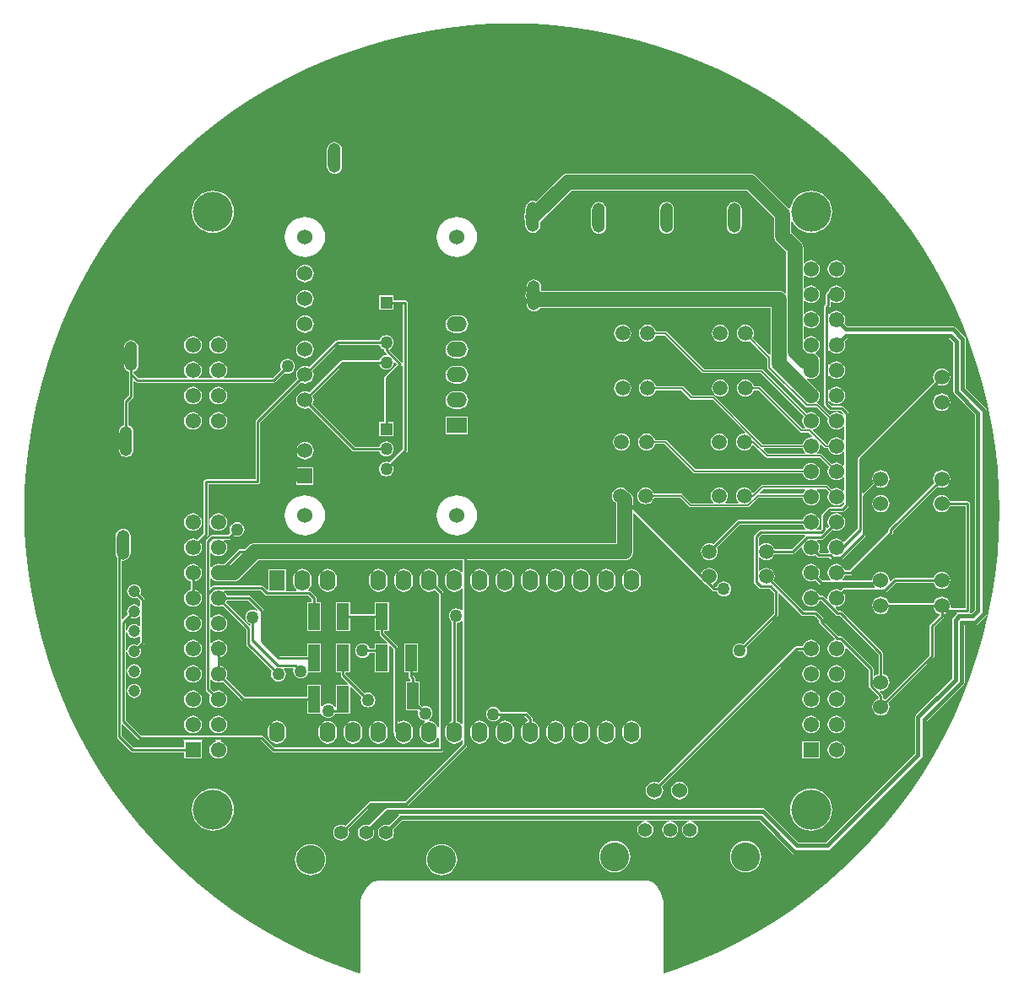
<source format=gtl>
G04 Layer_Physical_Order=1*
G04 Layer_Color=25308*
%FSLAX24Y24*%
%MOIN*%
G70*
G01*
G75*
%ADD10R,0.0472X0.1063*%
%ADD11C,0.0591*%
%ADD12C,0.0098*%
%ADD13C,0.0079*%
%ADD14C,0.0150*%
%ADD15O,0.0500X0.1181*%
%ADD16C,0.0472*%
%ADD17C,0.0600*%
%ADD18R,0.0500X0.0500*%
%ADD19C,0.0500*%
%ADD20C,0.0591*%
%ADD21C,0.1575*%
%ADD22C,0.0610*%
%ADD23R,0.0610X0.0610*%
%ADD24O,0.0630X0.0827*%
%ADD25R,0.0630X0.0827*%
%ADD26R,0.0600X0.0600*%
%ADD27O,0.0800X0.0600*%
%ADD28R,0.0800X0.0600*%
%ADD29C,0.0550*%
%ADD30C,0.1150*%
G36*
X24462Y42855D02*
X25300Y42800D01*
X26135Y42709D01*
X26965Y42581D01*
X27789Y42417D01*
X28605Y42218D01*
X29411Y41983D01*
X30206Y41713D01*
X30989Y41408D01*
X31758Y41070D01*
X32511Y40698D01*
X33248Y40294D01*
X33966Y39859D01*
X34664Y39392D01*
X35342Y38895D01*
X35997Y38370D01*
X36628Y37816D01*
X37235Y37235D01*
X37816Y36628D01*
X38370Y35997D01*
X38895Y35342D01*
X39392Y34664D01*
X39859Y33966D01*
X40294Y33248D01*
X40698Y32511D01*
X41070Y31758D01*
X41408Y30989D01*
X41713Y30206D01*
X41983Y29411D01*
X42218Y28605D01*
X42417Y27789D01*
X42581Y26965D01*
X42709Y26135D01*
X42800Y25300D01*
X42855Y24462D01*
X42873Y23629D01*
X42872Y23622D01*
X42873Y23615D01*
X42855Y22782D01*
X42800Y21944D01*
X42709Y21109D01*
X42581Y20279D01*
X42417Y19455D01*
X42218Y18639D01*
X41983Y17833D01*
X41713Y17038D01*
X41408Y16255D01*
X41070Y15486D01*
X40698Y14733D01*
X40294Y13996D01*
X39859Y13278D01*
X39392Y12580D01*
X38895Y11902D01*
X38370Y11247D01*
X37816Y10616D01*
X37235Y10009D01*
X36628Y9428D01*
X35997Y8874D01*
X35342Y8349D01*
X34664Y7852D01*
X33966Y7385D01*
X33248Y6950D01*
X32511Y6546D01*
X31758Y6174D01*
X30989Y5836D01*
X30206Y5531D01*
X29649Y5342D01*
X29608Y5371D01*
Y8012D01*
X29610D01*
X29595Y8207D01*
X29549Y8398D01*
X29474Y8579D01*
X29371Y8746D01*
X29244Y8896D01*
X29243Y8895D01*
X29175Y8947D01*
X29095Y8981D01*
X29009Y8992D01*
Y8991D01*
X18309D01*
X18309Y8993D01*
Y8993D01*
X18193Y8978D01*
X18086Y8933D01*
X17993Y8862D01*
X17993Y8862D01*
X17866Y8713D01*
X17763Y8545D01*
X17688Y8364D01*
X17642Y8173D01*
X17627Y7978D01*
X17629D01*
Y5374D01*
X17588Y5345D01*
X17038Y5531D01*
X16255Y5836D01*
X15486Y6174D01*
X14733Y6546D01*
X13996Y6950D01*
X13278Y7385D01*
X12580Y7852D01*
X11902Y8349D01*
X11247Y8874D01*
X10616Y9428D01*
X10009Y10009D01*
X9428Y10616D01*
X8874Y11247D01*
X8349Y11902D01*
X7852Y12580D01*
X7385Y13278D01*
X6950Y13996D01*
X6546Y14733D01*
X6174Y15486D01*
X5836Y16255D01*
X5531Y17038D01*
X5262Y17833D01*
X5026Y18639D01*
X4827Y19455D01*
X4663Y20279D01*
X4535Y21109D01*
X4444Y21944D01*
X4389Y22782D01*
X4370Y23622D01*
X4389Y24462D01*
X4444Y25300D01*
X4535Y26135D01*
X4663Y26965D01*
X4827Y27789D01*
X5026Y28605D01*
X5262Y29411D01*
X5531Y30206D01*
X5836Y30989D01*
X6174Y31758D01*
X6546Y32511D01*
X6950Y33248D01*
X7385Y33966D01*
X7852Y34664D01*
X8349Y35342D01*
X8874Y35997D01*
X9428Y36628D01*
X10009Y37235D01*
X10616Y37816D01*
X11247Y38370D01*
X11902Y38895D01*
X12580Y39392D01*
X13278Y39859D01*
X13996Y40294D01*
X14733Y40698D01*
X15486Y41070D01*
X16255Y41408D01*
X17038Y41713D01*
X17833Y41983D01*
X18639Y42218D01*
X19455Y42417D01*
X20279Y42581D01*
X21109Y42709D01*
X21944Y42800D01*
X22782Y42855D01*
X23622Y42874D01*
X24462Y42855D01*
D02*
G37*
%LPC*%
G36*
X8701Y17561D02*
X8629Y17552D01*
X8562Y17524D01*
X8504Y17480D01*
X8460Y17422D01*
X8432Y17355D01*
X8423Y17283D01*
X8432Y17212D01*
X8460Y17144D01*
X8504Y17087D01*
X8562Y17043D01*
X8629Y17015D01*
X8701Y17005D01*
X8773Y17015D01*
X8840Y17043D01*
X8897Y17087D01*
X8942Y17144D01*
X8969Y17212D01*
X8979Y17283D01*
X8969Y17355D01*
X8942Y17422D01*
X8897Y17480D01*
X8840Y17524D01*
X8773Y17552D01*
X8701Y17561D01*
D02*
G37*
G36*
X36433Y17521D02*
X36343Y17509D01*
X36259Y17474D01*
X36187Y17419D01*
X36132Y17347D01*
X36097Y17263D01*
X36086Y17173D01*
X36097Y17083D01*
X36132Y16999D01*
X36187Y16928D01*
X36259Y16872D01*
X36343Y16838D01*
X36433Y16826D01*
X36523Y16838D01*
X36607Y16872D01*
X36679Y16928D01*
X36734Y16999D01*
X36769Y17083D01*
X36781Y17173D01*
X36769Y17263D01*
X36734Y17347D01*
X36679Y17419D01*
X36607Y17474D01*
X36523Y17509D01*
X36433Y17521D01*
D02*
G37*
G36*
X11024Y18521D02*
X10934Y18509D01*
X10850Y18474D01*
X10778Y18419D01*
X10723Y18347D01*
X10688Y18263D01*
X10676Y18173D01*
X10688Y18083D01*
X10723Y17999D01*
X10778Y17928D01*
X10850Y17872D01*
X10934Y17838D01*
X11024Y17826D01*
X11114Y17838D01*
X11197Y17872D01*
X11269Y17928D01*
X11325Y17999D01*
X11359Y18083D01*
X11371Y18173D01*
X11359Y18263D01*
X11325Y18347D01*
X11269Y18419D01*
X11197Y18474D01*
X11114Y18509D01*
X11024Y18521D01*
D02*
G37*
G36*
Y19521D02*
X10934Y19509D01*
X10850Y19474D01*
X10778Y19419D01*
X10723Y19347D01*
X10688Y19263D01*
X10676Y19173D01*
X10688Y19083D01*
X10723Y18999D01*
X10778Y18928D01*
X10850Y18872D01*
X10934Y18838D01*
X11024Y18826D01*
X11114Y18838D01*
X11197Y18872D01*
X11269Y18928D01*
X11325Y18999D01*
X11359Y19083D01*
X11371Y19173D01*
X11359Y19263D01*
X11325Y19347D01*
X11269Y19419D01*
X11197Y19474D01*
X11114Y19509D01*
X11024Y19521D01*
D02*
G37*
G36*
X35433Y18521D02*
X35343Y18509D01*
X35259Y18474D01*
X35187Y18419D01*
X35132Y18347D01*
X35098Y18264D01*
X34866D01*
X34832Y18257D01*
X34802Y18237D01*
X29421Y12856D01*
X29341Y12890D01*
X29252Y12901D01*
X29163Y12890D01*
X29081Y12855D01*
X29010Y12801D01*
X28956Y12730D01*
X28921Y12648D01*
X28910Y12559D01*
X28921Y12470D01*
X28956Y12388D01*
X29010Y12317D01*
X29081Y12263D01*
X29163Y12228D01*
X29252Y12217D01*
X29341Y12228D01*
X29423Y12263D01*
X29494Y12317D01*
X29548Y12388D01*
X29583Y12470D01*
X29594Y12559D01*
X29583Y12648D01*
X29549Y12728D01*
X34904Y18083D01*
X35098D01*
X35132Y17999D01*
X35187Y17928D01*
X35259Y17872D01*
X35343Y17838D01*
X35433Y17826D01*
X35523Y17838D01*
X35607Y17872D01*
X35679Y17928D01*
X35734Y17999D01*
X35769Y18083D01*
X35781Y18173D01*
X35769Y18263D01*
X35734Y18347D01*
X35679Y18419D01*
X35607Y18474D01*
X35523Y18509D01*
X35433Y18521D01*
D02*
G37*
G36*
Y17521D02*
X35343Y17509D01*
X35259Y17474D01*
X35187Y17419D01*
X35132Y17347D01*
X35097Y17263D01*
X35086Y17173D01*
X35097Y17083D01*
X35132Y16999D01*
X35187Y16928D01*
X35259Y16872D01*
X35343Y16838D01*
X35433Y16826D01*
X35523Y16838D01*
X35607Y16872D01*
X35679Y16928D01*
X35734Y16999D01*
X35769Y17083D01*
X35781Y17173D01*
X35769Y17263D01*
X35734Y17347D01*
X35679Y17419D01*
X35607Y17474D01*
X35523Y17509D01*
X35433Y17521D01*
D02*
G37*
G36*
Y16521D02*
X35343Y16509D01*
X35259Y16474D01*
X35187Y16419D01*
X35132Y16347D01*
X35097Y16263D01*
X35086Y16173D01*
X35097Y16083D01*
X35132Y15999D01*
X35187Y15928D01*
X35259Y15872D01*
X35343Y15838D01*
X35433Y15826D01*
X35523Y15838D01*
X35607Y15872D01*
X35679Y15928D01*
X35734Y15999D01*
X35769Y16083D01*
X35781Y16173D01*
X35769Y16263D01*
X35734Y16347D01*
X35679Y16419D01*
X35607Y16474D01*
X35523Y16509D01*
X35433Y16521D01*
D02*
G37*
G36*
X11024D02*
X10934Y16509D01*
X10850Y16474D01*
X10778Y16419D01*
X10723Y16347D01*
X10688Y16263D01*
X10676Y16173D01*
X10688Y16083D01*
X10723Y15999D01*
X10778Y15928D01*
X10850Y15872D01*
X10934Y15838D01*
X11024Y15826D01*
X11114Y15838D01*
X11197Y15872D01*
X11269Y15928D01*
X11325Y15999D01*
X11359Y16083D01*
X11371Y16173D01*
X11359Y16263D01*
X11325Y16347D01*
X11269Y16419D01*
X11197Y16474D01*
X11114Y16509D01*
X11024Y16521D01*
D02*
G37*
G36*
X36433D02*
X36343Y16509D01*
X36259Y16474D01*
X36187Y16419D01*
X36132Y16347D01*
X36097Y16263D01*
X36086Y16173D01*
X36097Y16083D01*
X36132Y15999D01*
X36187Y15928D01*
X36259Y15872D01*
X36343Y15838D01*
X36433Y15826D01*
X36523Y15838D01*
X36607Y15872D01*
X36679Y15928D01*
X36734Y15999D01*
X36769Y16083D01*
X36781Y16173D01*
X36769Y16263D01*
X36734Y16347D01*
X36679Y16419D01*
X36607Y16474D01*
X36523Y16509D01*
X36433Y16521D01*
D02*
G37*
G36*
X11024Y17521D02*
X10934Y17509D01*
X10850Y17474D01*
X10778Y17419D01*
X10723Y17347D01*
X10688Y17263D01*
X10676Y17173D01*
X10688Y17083D01*
X10723Y16999D01*
X10778Y16928D01*
X10850Y16872D01*
X10934Y16838D01*
X11024Y16826D01*
X11114Y16838D01*
X11197Y16872D01*
X11269Y16928D01*
X11325Y16999D01*
X11359Y17083D01*
X11371Y17173D01*
X11359Y17263D01*
X11325Y17347D01*
X11269Y17419D01*
X11197Y17474D01*
X11114Y17509D01*
X11024Y17521D01*
D02*
G37*
G36*
X8701Y16774D02*
X8629Y16765D01*
X8562Y16737D01*
X8504Y16693D01*
X8460Y16635D01*
X8432Y16568D01*
X8423Y16496D01*
X8432Y16424D01*
X8460Y16357D01*
X8504Y16300D01*
X8562Y16255D01*
X8629Y16228D01*
X8701Y16218D01*
X8773Y16228D01*
X8840Y16255D01*
X8897Y16300D01*
X8942Y16357D01*
X8969Y16424D01*
X8979Y16496D01*
X8969Y16568D01*
X8942Y16635D01*
X8897Y16693D01*
X8840Y16737D01*
X8773Y16765D01*
X8701Y16774D01*
D02*
G37*
G36*
X18760Y20020D02*
X18209D01*
Y19539D01*
X17224D01*
Y20020D01*
X16673D01*
Y18878D01*
X17224D01*
Y19359D01*
X18209D01*
Y18878D01*
X18394D01*
Y18760D01*
X18401Y18725D01*
X18420Y18696D01*
X18704Y18412D01*
X18685Y18366D01*
X18209D01*
Y18180D01*
X17996D01*
X17973Y18236D01*
X17926Y18296D01*
X17866Y18343D01*
X17796Y18372D01*
X17720Y18382D01*
X17644Y18372D01*
X17574Y18343D01*
X17514Y18296D01*
X17467Y18236D01*
X17438Y18166D01*
X17428Y18090D01*
X17438Y18014D01*
X17467Y17944D01*
X17514Y17884D01*
X17574Y17837D01*
X17644Y17808D01*
X17720Y17798D01*
X17796Y17808D01*
X17866Y17837D01*
X17926Y17884D01*
X17973Y17944D01*
X17996Y18000D01*
X18209D01*
Y17224D01*
X18760D01*
Y18291D01*
X18806Y18310D01*
X18940Y18177D01*
Y14900D01*
X18947Y14865D01*
X18966Y14836D01*
X18989Y14821D01*
Y14768D01*
X19001Y14675D01*
X19037Y14589D01*
X19094Y14515D01*
X19168Y14458D01*
X19254Y14423D01*
X19346Y14410D01*
X19439Y14423D01*
X19525Y14458D01*
X19599Y14515D01*
X19656Y14589D01*
X19692Y14675D01*
X19704Y14768D01*
Y14965D01*
X19692Y15057D01*
X19656Y15143D01*
X19599Y15217D01*
X19525Y15274D01*
X19439Y15310D01*
X19346Y15322D01*
X19254Y15310D01*
X19168Y15274D01*
X19165Y15272D01*
X19120Y15294D01*
Y18214D01*
X19113Y18249D01*
X19094Y18278D01*
X18575Y18797D01*
Y18878D01*
X18760D01*
Y20020D01*
D02*
G37*
G36*
X24346Y21322D02*
X24254Y21310D01*
X24168Y21274D01*
X24094Y21217D01*
X24037Y21143D01*
X24001Y21057D01*
X23989Y20965D01*
Y20768D01*
X24001Y20675D01*
X24037Y20589D01*
X24094Y20515D01*
X24168Y20458D01*
X24254Y20423D01*
X24346Y20410D01*
X24439Y20423D01*
X24525Y20458D01*
X24599Y20515D01*
X24656Y20589D01*
X24692Y20675D01*
X24704Y20768D01*
Y20965D01*
X24692Y21057D01*
X24656Y21143D01*
X24599Y21217D01*
X24525Y21274D01*
X24439Y21310D01*
X24346Y21322D01*
D02*
G37*
G36*
X23346D02*
X23254Y21310D01*
X23168Y21274D01*
X23094Y21217D01*
X23037Y21143D01*
X23001Y21057D01*
X22989Y20965D01*
Y20768D01*
X23001Y20675D01*
X23037Y20589D01*
X23094Y20515D01*
X23168Y20458D01*
X23254Y20423D01*
X23346Y20410D01*
X23439Y20423D01*
X23525Y20458D01*
X23599Y20515D01*
X23656Y20589D01*
X23692Y20675D01*
X23704Y20768D01*
Y20965D01*
X23692Y21057D01*
X23656Y21143D01*
X23599Y21217D01*
X23525Y21274D01*
X23439Y21310D01*
X23346Y21322D01*
D02*
G37*
G36*
X25346D02*
X25254Y21310D01*
X25168Y21274D01*
X25094Y21217D01*
X25037Y21143D01*
X25001Y21057D01*
X24989Y20965D01*
Y20768D01*
X25001Y20675D01*
X25037Y20589D01*
X25094Y20515D01*
X25168Y20458D01*
X25254Y20423D01*
X25346Y20410D01*
X25439Y20423D01*
X25525Y20458D01*
X25599Y20515D01*
X25656Y20589D01*
X25692Y20675D01*
X25704Y20768D01*
Y20965D01*
X25692Y21057D01*
X25656Y21143D01*
X25599Y21217D01*
X25525Y21274D01*
X25439Y21310D01*
X25346Y21322D01*
D02*
G37*
G36*
X27346D02*
X27254Y21310D01*
X27168Y21274D01*
X27094Y21217D01*
X27037Y21143D01*
X27001Y21057D01*
X26989Y20965D01*
Y20768D01*
X27001Y20675D01*
X27037Y20589D01*
X27094Y20515D01*
X27168Y20458D01*
X27254Y20423D01*
X27346Y20410D01*
X27439Y20423D01*
X27525Y20458D01*
X27599Y20515D01*
X27656Y20589D01*
X27692Y20675D01*
X27704Y20768D01*
Y20965D01*
X27692Y21057D01*
X27656Y21143D01*
X27599Y21217D01*
X27525Y21274D01*
X27439Y21310D01*
X27346Y21322D01*
D02*
G37*
G36*
X26346D02*
X26254Y21310D01*
X26168Y21274D01*
X26094Y21217D01*
X26037Y21143D01*
X26001Y21057D01*
X25989Y20965D01*
Y20768D01*
X26001Y20675D01*
X26037Y20589D01*
X26094Y20515D01*
X26168Y20458D01*
X26254Y20423D01*
X26346Y20410D01*
X26439Y20423D01*
X26525Y20458D01*
X26599Y20515D01*
X26656Y20589D01*
X26692Y20675D01*
X26704Y20768D01*
Y20965D01*
X26692Y21057D01*
X26656Y21143D01*
X26599Y21217D01*
X26525Y21274D01*
X26439Y21310D01*
X26346Y21322D01*
D02*
G37*
G36*
X22346D02*
X22254Y21310D01*
X22168Y21274D01*
X22094Y21217D01*
X22037Y21143D01*
X22001Y21057D01*
X21989Y20965D01*
Y20768D01*
X22001Y20675D01*
X22037Y20589D01*
X22094Y20515D01*
X22168Y20458D01*
X22254Y20423D01*
X22346Y20410D01*
X22439Y20423D01*
X22525Y20458D01*
X22599Y20515D01*
X22656Y20589D01*
X22692Y20675D01*
X22704Y20768D01*
Y20965D01*
X22692Y21057D01*
X22656Y21143D01*
X22599Y21217D01*
X22525Y21274D01*
X22439Y21310D01*
X22346Y21322D01*
D02*
G37*
G36*
X27913Y24550D02*
X27826Y24539D01*
X27745Y24505D01*
X27675Y24451D01*
X27621Y24381D01*
X27587Y24300D01*
X27576Y24213D01*
X27587Y24125D01*
X27621Y24044D01*
X27675Y23974D01*
X27733Y23929D01*
Y22345D01*
X13465D01*
X13465D01*
X13465D01*
X13419Y22339D01*
X13377Y22334D01*
X13377Y22334D01*
X13377D01*
X13324Y22312D01*
X13296Y22300D01*
X13296Y22300D01*
X13296Y22300D01*
X13254Y22268D01*
X13226Y22247D01*
X13226Y22247D01*
X13226Y22247D01*
X13080Y22100D01*
X12860D01*
X12860Y22100D01*
X12832Y22095D01*
X12826Y22093D01*
X12797Y22074D01*
X12797Y22074D01*
X12233Y21511D01*
X12099D01*
X12024Y21521D01*
X11934Y21509D01*
X11850Y21474D01*
X11778Y21419D01*
X11760Y21396D01*
X11710Y21413D01*
Y21934D01*
X11760Y21950D01*
X11778Y21928D01*
X11850Y21872D01*
X11934Y21838D01*
X12024Y21826D01*
X12114Y21838D01*
X12197Y21872D01*
X12269Y21928D01*
X12325Y21999D01*
X12359Y22083D01*
X12371Y22173D01*
X12359Y22263D01*
X12325Y22347D01*
X12269Y22419D01*
X12255Y22430D01*
X12272Y22480D01*
X12460D01*
X12495Y22487D01*
X12524Y22506D01*
X12639Y22621D01*
X12694Y22598D01*
X12770Y22588D01*
X12846Y22598D01*
X12916Y22627D01*
X12976Y22674D01*
X13023Y22734D01*
X13052Y22804D01*
X13062Y22880D01*
X13052Y22956D01*
X13023Y23026D01*
X12976Y23086D01*
X12916Y23133D01*
X12846Y23162D01*
X12770Y23172D01*
X12694Y23162D01*
X12624Y23133D01*
X12564Y23086D01*
X12517Y23026D01*
X12488Y22956D01*
X12478Y22880D01*
X12488Y22804D01*
X12511Y22749D01*
X12423Y22660D01*
X11790D01*
X11755Y22653D01*
X11726Y22634D01*
X11556Y22464D01*
X11537Y22435D01*
X11530Y22400D01*
Y20350D01*
Y16577D01*
X11537Y16542D01*
X11556Y16513D01*
X11723Y16347D01*
X11688Y16263D01*
X11676Y16173D01*
X11688Y16083D01*
X11723Y15999D01*
X11778Y15928D01*
X11850Y15872D01*
X11934Y15838D01*
X12024Y15826D01*
X12114Y15838D01*
X12197Y15872D01*
X12269Y15928D01*
X12325Y15999D01*
X12359Y16083D01*
X12371Y16173D01*
X12359Y16263D01*
X12325Y16347D01*
X12269Y16419D01*
X12197Y16474D01*
X12114Y16509D01*
X12024Y16521D01*
X11934Y16509D01*
X11850Y16474D01*
X11710Y16614D01*
Y16934D01*
X11760Y16950D01*
X11778Y16928D01*
X11850Y16872D01*
X11934Y16838D01*
X12024Y16826D01*
X12114Y16838D01*
X12197Y16872D01*
X12952Y16117D01*
X12952Y16117D01*
X12981Y16098D01*
X12987Y16097D01*
X13016Y16091D01*
X13016Y16091D01*
X15531D01*
Y15610D01*
X16083D01*
X16117Y15574D01*
X16117Y15574D01*
X16164Y15514D01*
X16224Y15467D01*
X16294Y15438D01*
X16370Y15428D01*
X16446Y15438D01*
X16516Y15467D01*
X16576Y15514D01*
X16623Y15574D01*
X16630Y15591D01*
X16673Y15610D01*
X16673D01*
X16673Y15610D01*
X16673Y15610D01*
X17224D01*
Y16661D01*
X17271Y16680D01*
X17681Y16270D01*
X17658Y16214D01*
X17648Y16139D01*
X17658Y16063D01*
X17687Y15993D01*
X17734Y15932D01*
X17794Y15886D01*
X17864Y15857D01*
X17940Y15847D01*
X18016Y15857D01*
X18086Y15886D01*
X18146Y15932D01*
X18193Y15993D01*
X18222Y16063D01*
X18232Y16139D01*
X18222Y16214D01*
X18193Y16285D01*
X18146Y16345D01*
X18086Y16392D01*
X18016Y16421D01*
X17940Y16431D01*
X17864Y16421D01*
X17809Y16398D01*
X17039Y17167D01*
Y17224D01*
X17224D01*
Y18366D01*
X16673D01*
Y17224D01*
X16859D01*
Y17130D01*
X16865Y17095D01*
X16885Y17066D01*
X17153Y16798D01*
X17134Y16752D01*
X16673D01*
Y15875D01*
X16623Y15865D01*
X16623Y15866D01*
X16576Y15926D01*
X16516Y15973D01*
X16446Y16002D01*
X16370Y16012D01*
X16294Y16002D01*
X16224Y15973D01*
X16164Y15926D01*
X16133Y15886D01*
X16083Y15903D01*
Y16752D01*
X15531D01*
Y16271D01*
X13053D01*
X12325Y17000D01*
X12359Y17083D01*
X12371Y17173D01*
X12359Y17263D01*
X12325Y17347D01*
X12269Y17419D01*
X12197Y17474D01*
X12114Y17509D01*
Y17838D01*
X12197Y17872D01*
X12269Y17928D01*
X12325Y17999D01*
X12359Y18083D01*
X12371Y18173D01*
X12359Y18263D01*
X12325Y18347D01*
X12269Y18419D01*
X12197Y18474D01*
X12114Y18509D01*
X12024Y18521D01*
X11934Y18509D01*
X11850Y18474D01*
X11778Y18419D01*
X11760Y18396D01*
X11710Y18413D01*
Y18934D01*
X11760Y18950D01*
X11778Y18928D01*
X11850Y18872D01*
X11934Y18838D01*
X12024Y18826D01*
X12114Y18838D01*
X12197Y18872D01*
X12269Y18928D01*
X12325Y18999D01*
X12359Y19083D01*
X12371Y19173D01*
X12359Y19263D01*
X12325Y19347D01*
X12269Y19419D01*
X12197Y19474D01*
X12114Y19509D01*
X12024Y19521D01*
X11934Y19509D01*
X11850Y19474D01*
X11778Y19419D01*
X11760Y19396D01*
X11710Y19413D01*
Y19934D01*
X11760Y19950D01*
X11778Y19928D01*
X11850Y19872D01*
X11934Y19838D01*
X12024Y19826D01*
X12114Y19838D01*
X12197Y19872D01*
X13130Y18939D01*
Y18340D01*
X13137Y18305D01*
X13156Y18276D01*
X14141Y17291D01*
X14118Y17236D01*
X14108Y17160D01*
X14118Y17084D01*
X14147Y17014D01*
X14194Y16954D01*
X14254Y16907D01*
X14324Y16878D01*
X14400Y16868D01*
X14476Y16878D01*
X14546Y16907D01*
X14606Y16954D01*
X14653Y17014D01*
X14682Y17084D01*
X14692Y17160D01*
X14682Y17236D01*
X14653Y17306D01*
X14612Y17360D01*
X14624Y17410D01*
X14976D01*
X15003Y17368D01*
X14998Y17356D01*
X14988Y17280D01*
X14998Y17204D01*
X15027Y17134D01*
X15074Y17074D01*
X15134Y17027D01*
X15204Y16998D01*
X15280Y16988D01*
X15356Y16998D01*
X15426Y17027D01*
X15486Y17074D01*
X15533Y17134D01*
X15562Y17204D01*
X15565Y17224D01*
X16083D01*
Y18366D01*
X15531D01*
Y17880D01*
X14444D01*
X13821Y18504D01*
Y19680D01*
X13814Y19715D01*
X13794Y19744D01*
X13794Y19744D01*
X13301Y20237D01*
X13272Y20257D01*
X13237Y20264D01*
X12359D01*
X12325Y20347D01*
X12269Y20419D01*
X12255Y20430D01*
X12272Y20480D01*
X13693D01*
X13876Y20296D01*
X13905Y20277D01*
X13940Y20270D01*
X15570D01*
X15717Y20123D01*
Y20020D01*
X15531D01*
Y18878D01*
X16083D01*
Y20020D01*
X15897D01*
Y20160D01*
X15897Y20160D01*
X15892Y20189D01*
X15891Y20195D01*
X15871Y20224D01*
X15671Y20424D01*
X15642Y20443D01*
X15607Y20450D01*
X15597D01*
X15580Y20500D01*
X15599Y20515D01*
X15656Y20589D01*
X15692Y20675D01*
X15704Y20768D01*
Y20965D01*
X15692Y21057D01*
X15656Y21143D01*
X15599Y21217D01*
X15525Y21274D01*
X15439Y21310D01*
X15346Y21322D01*
X15254Y21310D01*
X15168Y21274D01*
X15094Y21217D01*
X15037Y21143D01*
X15001Y21057D01*
X14989Y20965D01*
Y20768D01*
X15001Y20675D01*
X15037Y20589D01*
X15094Y20515D01*
X15113Y20500D01*
X15096Y20450D01*
X14701D01*
Y21319D01*
X13992D01*
Y20506D01*
X13942Y20486D01*
X13794Y20634D01*
X13765Y20653D01*
X13730Y20660D01*
X11840D01*
X11805Y20653D01*
X11776Y20634D01*
X11757Y20614D01*
X11710Y20633D01*
Y20934D01*
X11760Y20950D01*
X11778Y20928D01*
X11850Y20872D01*
X11934Y20838D01*
X12024Y20826D01*
X12099Y20836D01*
X12630D01*
X12630D01*
X12630D01*
X12653Y20839D01*
X12717Y20847D01*
X12799Y20881D01*
X12799Y20881D01*
X12799Y20881D01*
X12841Y20913D01*
X12869Y20935D01*
X12869Y20935D01*
X12869Y20935D01*
X13604Y21670D01*
X21670D01*
Y21208D01*
X21620Y21191D01*
X21599Y21217D01*
X21525Y21274D01*
X21439Y21310D01*
X21346Y21322D01*
X21254Y21310D01*
X21168Y21274D01*
X21094Y21217D01*
X21037Y21143D01*
X21001Y21057D01*
X20989Y20965D01*
Y20768D01*
X21001Y20675D01*
X21037Y20589D01*
X21094Y20515D01*
X21168Y20458D01*
X21254Y20423D01*
X21346Y20410D01*
X21439Y20423D01*
X21525Y20458D01*
X21599Y20515D01*
X21620Y20542D01*
X21670Y20525D01*
Y19694D01*
X21620Y19682D01*
X21566Y19723D01*
X21496Y19752D01*
X21420Y19762D01*
X21344Y19752D01*
X21274Y19723D01*
X21214Y19676D01*
X21167Y19616D01*
X21138Y19546D01*
X21128Y19470D01*
X21138Y19394D01*
X21167Y19324D01*
X21214Y19264D01*
X21256Y19231D01*
Y15310D01*
X21254Y15310D01*
X21168Y15274D01*
X21094Y15217D01*
X21037Y15143D01*
X21001Y15057D01*
X20989Y14965D01*
Y14768D01*
X21001Y14675D01*
X21037Y14589D01*
X21094Y14515D01*
X21168Y14458D01*
X21254Y14423D01*
X21346Y14410D01*
X21439Y14423D01*
X21525Y14458D01*
X21599Y14515D01*
X21620Y14542D01*
X21670Y14525D01*
Y14397D01*
X19413Y12140D01*
X18028D01*
X17994Y12133D01*
X17965Y12114D01*
X17028Y11178D01*
X16960Y11206D01*
X16878Y11217D01*
X16796Y11206D01*
X16719Y11174D01*
X16654Y11124D01*
X16603Y11058D01*
X16572Y10982D01*
X16561Y10900D01*
X16572Y10818D01*
X16603Y10741D01*
X16654Y10675D01*
X16719Y10625D01*
X16796Y10593D01*
X16878Y10583D01*
X16960Y10593D01*
X17036Y10625D01*
X17102Y10675D01*
X17153Y10741D01*
X17184Y10818D01*
X17195Y10900D01*
X17184Y10982D01*
X17156Y11050D01*
X18066Y11960D01*
X19450D01*
X19485Y11967D01*
X19514Y11986D01*
X21824Y14296D01*
X21843Y14325D01*
X21850Y14360D01*
Y21670D01*
X28071D01*
X28158Y21682D01*
X28240Y21716D01*
X28310Y21769D01*
X28363Y21839D01*
X28397Y21921D01*
X28408Y22008D01*
Y23525D01*
X28455Y23544D01*
X31112Y20886D01*
X31125Y20855D01*
X31179Y20785D01*
X31249Y20731D01*
X31280Y20718D01*
X31532Y20466D01*
X31532Y20466D01*
X31561Y20447D01*
X31567Y20445D01*
X31596Y20440D01*
X31596Y20440D01*
X31714D01*
X31737Y20384D01*
X31784Y20324D01*
X31844Y20277D01*
X31914Y20248D01*
X31990Y20238D01*
X32066Y20248D01*
X32136Y20277D01*
X32196Y20324D01*
X32243Y20384D01*
X32272Y20454D01*
X32282Y20530D01*
X32272Y20606D01*
X32243Y20676D01*
X32196Y20736D01*
X32136Y20783D01*
X32066Y20812D01*
X31990Y20822D01*
X31914Y20812D01*
X31844Y20783D01*
X31784Y20736D01*
X31737Y20676D01*
X31714Y20620D01*
X31633D01*
X31573Y20681D01*
X31581Y20721D01*
X31590Y20734D01*
X31656Y20785D01*
X31710Y20855D01*
X31743Y20936D01*
X31755Y21024D01*
X31743Y21111D01*
X31710Y21192D01*
X31656Y21262D01*
X31586Y21316D01*
X31505Y21350D01*
X31417Y21361D01*
X31330Y21350D01*
X31249Y21316D01*
X31179Y21262D01*
X31128Y21196D01*
X31114Y21187D01*
X31075Y21179D01*
X28408Y23845D01*
Y24055D01*
X28397Y24142D01*
X28363Y24224D01*
X28310Y24294D01*
X28240Y24347D01*
X28216Y24357D01*
X28206Y24381D01*
X28152Y24451D01*
X28082Y24505D01*
X28001Y24539D01*
X27913Y24550D01*
D02*
G37*
G36*
X11024Y21521D02*
X10934Y21509D01*
X10850Y21474D01*
X10778Y21419D01*
X10723Y21347D01*
X10688Y21263D01*
X10676Y21173D01*
X10688Y21083D01*
X10723Y20999D01*
X10778Y20928D01*
X10850Y20872D01*
X10933Y20838D01*
Y20509D01*
X10850Y20474D01*
X10778Y20419D01*
X10723Y20347D01*
X10688Y20263D01*
X10676Y20173D01*
X10688Y20083D01*
X10723Y19999D01*
X10778Y19928D01*
X10850Y19872D01*
X10934Y19838D01*
X11024Y19826D01*
X11114Y19838D01*
X11197Y19872D01*
X11269Y19928D01*
X11325Y19999D01*
X11359Y20083D01*
X11371Y20173D01*
X11359Y20263D01*
X11325Y20347D01*
X11269Y20419D01*
X11197Y20474D01*
X11114Y20509D01*
Y20838D01*
X11197Y20872D01*
X11269Y20928D01*
X11325Y20999D01*
X11359Y21083D01*
X11371Y21173D01*
X11359Y21263D01*
X11325Y21347D01*
X11269Y21419D01*
X11197Y21474D01*
X11114Y21509D01*
X11024Y21521D01*
D02*
G37*
G36*
X16346Y21322D02*
X16254Y21310D01*
X16168Y21274D01*
X16094Y21217D01*
X16037Y21143D01*
X16001Y21057D01*
X15989Y20965D01*
Y20768D01*
X16001Y20675D01*
X16037Y20589D01*
X16094Y20515D01*
X16168Y20458D01*
X16254Y20423D01*
X16346Y20410D01*
X16439Y20423D01*
X16525Y20458D01*
X16599Y20515D01*
X16656Y20589D01*
X16692Y20675D01*
X16704Y20768D01*
Y20965D01*
X16692Y21057D01*
X16656Y21143D01*
X16599Y21217D01*
X16525Y21274D01*
X16439Y21310D01*
X16346Y21322D01*
D02*
G37*
G36*
X19346D02*
X19254Y21310D01*
X19168Y21274D01*
X19094Y21217D01*
X19037Y21143D01*
X19001Y21057D01*
X18989Y20965D01*
Y20768D01*
X19001Y20675D01*
X19037Y20589D01*
X19094Y20515D01*
X19168Y20458D01*
X19254Y20423D01*
X19346Y20410D01*
X19439Y20423D01*
X19525Y20458D01*
X19599Y20515D01*
X19656Y20589D01*
X19692Y20675D01*
X19704Y20768D01*
Y20965D01*
X19692Y21057D01*
X19656Y21143D01*
X19599Y21217D01*
X19525Y21274D01*
X19439Y21310D01*
X19346Y21322D01*
D02*
G37*
G36*
X18346D02*
X18254Y21310D01*
X18168Y21274D01*
X18094Y21217D01*
X18037Y21143D01*
X18001Y21057D01*
X17989Y20965D01*
Y20768D01*
X18001Y20675D01*
X18037Y20589D01*
X18094Y20515D01*
X18168Y20458D01*
X18254Y20423D01*
X18346Y20410D01*
X18439Y20423D01*
X18525Y20458D01*
X18599Y20515D01*
X18656Y20589D01*
X18692Y20675D01*
X18704Y20768D01*
Y20965D01*
X18692Y21057D01*
X18656Y21143D01*
X18599Y21217D01*
X18525Y21274D01*
X18439Y21310D01*
X18346Y21322D01*
D02*
G37*
G36*
X36433Y15521D02*
X36343Y15509D01*
X36259Y15474D01*
X36187Y15419D01*
X36132Y15347D01*
X36097Y15263D01*
X36086Y15173D01*
X36097Y15083D01*
X36132Y14999D01*
X36187Y14928D01*
X36259Y14872D01*
X36343Y14838D01*
X36433Y14826D01*
X36523Y14838D01*
X36607Y14872D01*
X36679Y14928D01*
X36734Y14999D01*
X36769Y15083D01*
X36781Y15173D01*
X36769Y15263D01*
X36734Y15347D01*
X36679Y15419D01*
X36607Y15474D01*
X36523Y15509D01*
X36433Y15521D01*
D02*
G37*
G36*
Y14521D02*
X36343Y14509D01*
X36259Y14474D01*
X36187Y14419D01*
X36132Y14347D01*
X36097Y14263D01*
X36086Y14173D01*
X36097Y14083D01*
X36132Y13999D01*
X36187Y13928D01*
X36259Y13872D01*
X36343Y13838D01*
X36433Y13826D01*
X36523Y13838D01*
X36607Y13872D01*
X36679Y13928D01*
X36734Y13999D01*
X36769Y14083D01*
X36781Y14173D01*
X36769Y14263D01*
X36734Y14347D01*
X36679Y14419D01*
X36607Y14474D01*
X36523Y14509D01*
X36433Y14521D01*
D02*
G37*
G36*
X30236Y12901D02*
X30148Y12890D01*
X30065Y12855D01*
X29994Y12801D01*
X29940Y12730D01*
X29906Y12648D01*
X29894Y12559D01*
X29906Y12470D01*
X29940Y12388D01*
X29994Y12317D01*
X30065Y12263D01*
X30148Y12228D01*
X30236Y12217D01*
X30325Y12228D01*
X30407Y12263D01*
X30478Y12317D01*
X30533Y12388D01*
X30567Y12470D01*
X30579Y12559D01*
X30567Y12648D01*
X30533Y12730D01*
X30478Y12801D01*
X30407Y12855D01*
X30325Y12890D01*
X30236Y12901D01*
D02*
G37*
G36*
X35778Y14518D02*
X35089D01*
Y13829D01*
X35778D01*
Y14518D01*
D02*
G37*
G36*
X16346Y15322D02*
X16254Y15310D01*
X16168Y15274D01*
X16094Y15217D01*
X16037Y15143D01*
X16001Y15057D01*
X15989Y14965D01*
Y14768D01*
X16001Y14675D01*
X16037Y14589D01*
X16094Y14515D01*
X16168Y14458D01*
X16254Y14423D01*
X16346Y14410D01*
X16439Y14423D01*
X16525Y14458D01*
X16599Y14515D01*
X16656Y14589D01*
X16692Y14675D01*
X16704Y14768D01*
Y14965D01*
X16692Y15057D01*
X16656Y15143D01*
X16599Y15217D01*
X16525Y15274D01*
X16439Y15310D01*
X16346Y15322D01*
D02*
G37*
G36*
X14346D02*
X14254Y15310D01*
X14168Y15274D01*
X14094Y15217D01*
X14037Y15143D01*
X14001Y15057D01*
X13989Y14965D01*
Y14768D01*
X14001Y14675D01*
X14037Y14589D01*
X14094Y14515D01*
X14168Y14458D01*
X14254Y14423D01*
X14346Y14410D01*
X14439Y14423D01*
X14525Y14458D01*
X14599Y14515D01*
X14656Y14589D01*
X14692Y14675D01*
X14704Y14768D01*
Y14965D01*
X14692Y15057D01*
X14656Y15143D01*
X14599Y15217D01*
X14525Y15274D01*
X14439Y15310D01*
X14346Y15322D01*
D02*
G37*
G36*
X35433Y12642D02*
X35271Y12626D01*
X35115Y12579D01*
X34972Y12502D01*
X34846Y12398D01*
X34742Y12273D01*
X34666Y12129D01*
X34618Y11973D01*
X34602Y11811D01*
X34618Y11649D01*
X34666Y11493D01*
X34742Y11349D01*
X34846Y11224D01*
X34972Y11120D01*
X35115Y11043D01*
X35271Y10996D01*
X35433Y10980D01*
X35595Y10996D01*
X35751Y11043D01*
X35895Y11120D01*
X36021Y11224D01*
X36124Y11349D01*
X36201Y11493D01*
X36248Y11649D01*
X36264Y11811D01*
X36248Y11973D01*
X36201Y12129D01*
X36124Y12273D01*
X36021Y12398D01*
X35895Y12502D01*
X35751Y12579D01*
X35595Y12626D01*
X35433Y12642D01*
D02*
G37*
G36*
X20843Y10450D02*
X20722Y10438D01*
X20606Y10403D01*
X20500Y10346D01*
X20406Y10269D01*
X20329Y10176D01*
X20272Y10069D01*
X20237Y9953D01*
X20225Y9833D01*
X20237Y9712D01*
X20272Y9596D01*
X20329Y9490D01*
X20406Y9396D01*
X20500Y9319D01*
X20606Y9262D01*
X20722Y9227D01*
X20843Y9215D01*
X20963Y9227D01*
X21079Y9262D01*
X21186Y9319D01*
X21279Y9396D01*
X21356Y9490D01*
X21413Y9596D01*
X21448Y9712D01*
X21460Y9833D01*
X21448Y9953D01*
X21413Y10069D01*
X21356Y10176D01*
X21279Y10269D01*
X21186Y10346D01*
X21079Y10403D01*
X20963Y10438D01*
X20843Y10450D01*
D02*
G37*
G36*
X15669D02*
X15549Y10438D01*
X15433Y10403D01*
X15326Y10346D01*
X15233Y10269D01*
X15156Y10176D01*
X15099Y10069D01*
X15064Y9953D01*
X15052Y9833D01*
X15064Y9712D01*
X15099Y9596D01*
X15156Y9490D01*
X15233Y9396D01*
X15326Y9319D01*
X15433Y9262D01*
X15549Y9227D01*
X15669Y9215D01*
X15790Y9227D01*
X15906Y9262D01*
X16012Y9319D01*
X16106Y9396D01*
X16183Y9490D01*
X16240Y9596D01*
X16275Y9712D01*
X16287Y9833D01*
X16275Y9953D01*
X16240Y10069D01*
X16183Y10176D01*
X16106Y10269D01*
X16012Y10346D01*
X15906Y10403D01*
X15790Y10438D01*
X15669Y10450D01*
D02*
G37*
G36*
X27677Y10568D02*
X27557Y10556D01*
X27441Y10521D01*
X27334Y10464D01*
X27241Y10387D01*
X27164Y10294D01*
X27107Y10187D01*
X27072Y10071D01*
X27060Y9951D01*
X27072Y9830D01*
X27107Y9715D01*
X27164Y9608D01*
X27241Y9514D01*
X27334Y9437D01*
X27441Y9380D01*
X27557Y9345D01*
X27677Y9333D01*
X27798Y9345D01*
X27913Y9380D01*
X28020Y9437D01*
X28114Y9514D01*
X28190Y9608D01*
X28248Y9715D01*
X28283Y9830D01*
X28294Y9951D01*
X28283Y10071D01*
X28248Y10187D01*
X28190Y10294D01*
X28114Y10387D01*
X28020Y10464D01*
X27913Y10521D01*
X27798Y10556D01*
X27677Y10568D01*
D02*
G37*
G36*
X11811Y12642D02*
X11649Y12626D01*
X11493Y12579D01*
X11349Y12502D01*
X11224Y12398D01*
X11120Y12273D01*
X11043Y12129D01*
X10996Y11973D01*
X10980Y11811D01*
X10996Y11649D01*
X11043Y11493D01*
X11120Y11349D01*
X11224Y11224D01*
X11349Y11120D01*
X11493Y11043D01*
X11649Y10996D01*
X11811Y10980D01*
X11973Y10996D01*
X12129Y11043D01*
X12273Y11120D01*
X12398Y11224D01*
X12502Y11349D01*
X12579Y11493D01*
X12626Y11649D01*
X12642Y11811D01*
X12626Y11973D01*
X12579Y12129D01*
X12502Y12273D01*
X12398Y12398D01*
X12273Y12502D01*
X12129Y12579D01*
X11973Y12626D01*
X11811Y12642D01*
D02*
G37*
G36*
X32850Y10568D02*
X32730Y10556D01*
X32614Y10521D01*
X32507Y10464D01*
X32414Y10387D01*
X32337Y10294D01*
X32280Y10187D01*
X32245Y10071D01*
X32233Y9951D01*
X32245Y9830D01*
X32280Y9715D01*
X32337Y9608D01*
X32414Y9514D01*
X32507Y9437D01*
X32614Y9380D01*
X32730Y9345D01*
X32850Y9333D01*
X32971Y9345D01*
X33087Y9380D01*
X33193Y9437D01*
X33287Y9514D01*
X33364Y9608D01*
X33421Y9715D01*
X33456Y9830D01*
X33468Y9951D01*
X33456Y10071D01*
X33421Y10187D01*
X33364Y10294D01*
X33287Y10387D01*
X33193Y10464D01*
X33087Y10521D01*
X32971Y10556D01*
X32850Y10568D01*
D02*
G37*
G36*
X17346Y15322D02*
X17254Y15310D01*
X17168Y15274D01*
X17094Y15217D01*
X17037Y15143D01*
X17001Y15057D01*
X16989Y14965D01*
Y14768D01*
X17001Y14675D01*
X17037Y14589D01*
X17094Y14515D01*
X17168Y14458D01*
X17254Y14423D01*
X17346Y14410D01*
X17439Y14423D01*
X17525Y14458D01*
X17599Y14515D01*
X17656Y14589D01*
X17692Y14675D01*
X17704Y14768D01*
Y14965D01*
X17692Y15057D01*
X17656Y15143D01*
X17599Y15217D01*
X17525Y15274D01*
X17439Y15310D01*
X17346Y15322D01*
D02*
G37*
G36*
X28346D02*
X28254Y15310D01*
X28168Y15274D01*
X28094Y15217D01*
X28037Y15143D01*
X28001Y15057D01*
X27989Y14965D01*
Y14768D01*
X28001Y14675D01*
X28037Y14589D01*
X28094Y14515D01*
X28168Y14458D01*
X28254Y14423D01*
X28346Y14410D01*
X28439Y14423D01*
X28525Y14458D01*
X28599Y14515D01*
X28656Y14589D01*
X28692Y14675D01*
X28704Y14768D01*
Y14965D01*
X28692Y15057D01*
X28656Y15143D01*
X28599Y15217D01*
X28525Y15274D01*
X28439Y15310D01*
X28346Y15322D01*
D02*
G37*
G36*
X27346D02*
X27254Y15310D01*
X27168Y15274D01*
X27094Y15217D01*
X27037Y15143D01*
X27001Y15057D01*
X26989Y14965D01*
Y14768D01*
X27001Y14675D01*
X27037Y14589D01*
X27094Y14515D01*
X27168Y14458D01*
X27254Y14423D01*
X27346Y14410D01*
X27439Y14423D01*
X27525Y14458D01*
X27599Y14515D01*
X27656Y14589D01*
X27692Y14675D01*
X27704Y14768D01*
Y14965D01*
X27692Y15057D01*
X27656Y15143D01*
X27599Y15217D01*
X27525Y15274D01*
X27439Y15310D01*
X27346Y15322D01*
D02*
G37*
G36*
X11024Y15521D02*
X10934Y15509D01*
X10850Y15474D01*
X10778Y15419D01*
X10723Y15347D01*
X10688Y15263D01*
X10676Y15173D01*
X10688Y15083D01*
X10723Y14999D01*
X10778Y14928D01*
X10850Y14872D01*
X10934Y14838D01*
X11024Y14826D01*
X11114Y14838D01*
X11197Y14872D01*
X11269Y14928D01*
X11325Y14999D01*
X11359Y15083D01*
X11371Y15173D01*
X11359Y15263D01*
X11325Y15347D01*
X11269Y15419D01*
X11197Y15474D01*
X11114Y15509D01*
X11024Y15521D01*
D02*
G37*
G36*
X35433D02*
X35343Y15509D01*
X35259Y15474D01*
X35187Y15419D01*
X35132Y15347D01*
X35097Y15263D01*
X35086Y15173D01*
X35097Y15083D01*
X35132Y14999D01*
X35187Y14928D01*
X35259Y14872D01*
X35343Y14838D01*
X35433Y14826D01*
X35523Y14838D01*
X35607Y14872D01*
X35679Y14928D01*
X35734Y14999D01*
X35769Y15083D01*
X35781Y15173D01*
X35769Y15263D01*
X35734Y15347D01*
X35679Y15419D01*
X35607Y15474D01*
X35523Y15509D01*
X35433Y15521D01*
D02*
G37*
G36*
X12024D02*
X11934Y15509D01*
X11850Y15474D01*
X11778Y15419D01*
X11723Y15347D01*
X11688Y15263D01*
X11676Y15173D01*
X11688Y15083D01*
X11723Y14999D01*
X11778Y14928D01*
X11850Y14872D01*
X11934Y14838D01*
X12024Y14826D01*
X12114Y14838D01*
X12197Y14872D01*
X12269Y14928D01*
X12325Y14999D01*
X12359Y15083D01*
X12371Y15173D01*
X12359Y15263D01*
X12325Y15347D01*
X12269Y15419D01*
X12197Y15474D01*
X12114Y15509D01*
X12024Y15521D01*
D02*
G37*
G36*
X26346Y15322D02*
X26254Y15310D01*
X26168Y15274D01*
X26094Y15217D01*
X26037Y15143D01*
X26001Y15057D01*
X25989Y14965D01*
Y14768D01*
X26001Y14675D01*
X26037Y14589D01*
X26094Y14515D01*
X26168Y14458D01*
X26254Y14423D01*
X26346Y14410D01*
X26439Y14423D01*
X26525Y14458D01*
X26599Y14515D01*
X26656Y14589D01*
X26692Y14675D01*
X26704Y14768D01*
Y14965D01*
X26692Y15057D01*
X26656Y15143D01*
X26599Y15217D01*
X26525Y15274D01*
X26439Y15310D01*
X26346Y15322D01*
D02*
G37*
G36*
X22346D02*
X22254Y15310D01*
X22168Y15274D01*
X22094Y15217D01*
X22037Y15143D01*
X22001Y15057D01*
X21989Y14965D01*
Y14768D01*
X22001Y14675D01*
X22037Y14589D01*
X22094Y14515D01*
X22168Y14458D01*
X22254Y14423D01*
X22346Y14410D01*
X22439Y14423D01*
X22525Y14458D01*
X22599Y14515D01*
X22656Y14589D01*
X22692Y14675D01*
X22704Y14768D01*
Y14965D01*
X22692Y15057D01*
X22656Y15143D01*
X22599Y15217D01*
X22525Y15274D01*
X22439Y15310D01*
X22346Y15322D01*
D02*
G37*
G36*
X18346D02*
X18254Y15310D01*
X18168Y15274D01*
X18094Y15217D01*
X18037Y15143D01*
X18001Y15057D01*
X17989Y14965D01*
Y14768D01*
X18001Y14675D01*
X18037Y14589D01*
X18094Y14515D01*
X18168Y14458D01*
X18254Y14423D01*
X18346Y14410D01*
X18439Y14423D01*
X18525Y14458D01*
X18599Y14515D01*
X18656Y14589D01*
X18692Y14675D01*
X18704Y14768D01*
Y14965D01*
X18692Y15057D01*
X18656Y15143D01*
X18599Y15217D01*
X18525Y15274D01*
X18439Y15310D01*
X18346Y15322D01*
D02*
G37*
G36*
X23346D02*
X23254Y15310D01*
X23168Y15274D01*
X23094Y15217D01*
X23037Y15143D01*
X23001Y15057D01*
X22989Y14965D01*
Y14768D01*
X23001Y14675D01*
X23037Y14589D01*
X23094Y14515D01*
X23168Y14458D01*
X23254Y14423D01*
X23346Y14410D01*
X23439Y14423D01*
X23525Y14458D01*
X23599Y14515D01*
X23656Y14589D01*
X23692Y14675D01*
X23704Y14768D01*
Y14965D01*
X23692Y15057D01*
X23656Y15143D01*
X23599Y15217D01*
X23525Y15274D01*
X23439Y15310D01*
X23346Y15322D01*
D02*
G37*
G36*
X25346D02*
X25254Y15310D01*
X25168Y15274D01*
X25094Y15217D01*
X25037Y15143D01*
X25001Y15057D01*
X24989Y14965D01*
Y14768D01*
X25001Y14675D01*
X25037Y14589D01*
X25094Y14515D01*
X25168Y14458D01*
X25254Y14423D01*
X25346Y14410D01*
X25439Y14423D01*
X25525Y14458D01*
X25599Y14515D01*
X25656Y14589D01*
X25692Y14675D01*
X25704Y14768D01*
Y14965D01*
X25692Y15057D01*
X25656Y15143D01*
X25599Y15217D01*
X25525Y15274D01*
X25439Y15310D01*
X25346Y15322D01*
D02*
G37*
G36*
X22890Y15872D02*
X22814Y15862D01*
X22744Y15833D01*
X22684Y15786D01*
X22637Y15726D01*
X22608Y15656D01*
X22598Y15580D01*
X22608Y15504D01*
X22637Y15434D01*
X22684Y15374D01*
X22744Y15327D01*
X22814Y15298D01*
X22890Y15288D01*
X22966Y15298D01*
X23036Y15327D01*
X23096Y15374D01*
X23143Y15434D01*
X23166Y15490D01*
X24123D01*
X24254Y15359D01*
X24254Y15310D01*
X24168Y15274D01*
X24094Y15217D01*
X24037Y15143D01*
X24001Y15057D01*
X23989Y14965D01*
Y14768D01*
X24001Y14675D01*
X24037Y14589D01*
X24094Y14515D01*
X24168Y14458D01*
X24254Y14423D01*
X24346Y14410D01*
X24439Y14423D01*
X24525Y14458D01*
X24599Y14515D01*
X24656Y14589D01*
X24692Y14675D01*
X24704Y14768D01*
Y14965D01*
X24692Y15057D01*
X24656Y15143D01*
X24599Y15217D01*
X24525Y15274D01*
X24439Y15310D01*
X24437Y15310D01*
Y15394D01*
X24430Y15428D01*
X24410Y15457D01*
X24224Y15644D01*
X24195Y15663D01*
X24160Y15670D01*
X23166D01*
X23143Y15726D01*
X23096Y15786D01*
X23036Y15833D01*
X22966Y15862D01*
X22890Y15872D01*
D02*
G37*
G36*
X12024Y30521D02*
X11934Y30509D01*
X11850Y30474D01*
X11778Y30419D01*
X11723Y30347D01*
X11688Y30263D01*
X11676Y30173D01*
X11688Y30083D01*
X11723Y29999D01*
X11778Y29928D01*
X11850Y29872D01*
X11934Y29838D01*
X12024Y29826D01*
X12114Y29838D01*
X12197Y29872D01*
X12269Y29928D01*
X12325Y29999D01*
X12359Y30083D01*
X12371Y30173D01*
X12359Y30263D01*
X12325Y30347D01*
X12269Y30419D01*
X12197Y30474D01*
X12114Y30509D01*
X12024Y30521D01*
D02*
G37*
G36*
X11024D02*
X10934Y30509D01*
X10850Y30474D01*
X10778Y30419D01*
X10723Y30347D01*
X10688Y30263D01*
X10676Y30173D01*
X10688Y30083D01*
X10723Y29999D01*
X10778Y29928D01*
X10850Y29872D01*
X10934Y29838D01*
X11024Y29826D01*
X11114Y29838D01*
X11197Y29872D01*
X11269Y29928D01*
X11325Y29999D01*
X11359Y30083D01*
X11371Y30173D01*
X11359Y30263D01*
X11325Y30347D01*
X11269Y30419D01*
X11197Y30474D01*
X11114Y30509D01*
X11024Y30521D01*
D02*
G37*
G36*
X21549Y30333D02*
X21349D01*
X21260Y30322D01*
X21178Y30287D01*
X21107Y30233D01*
X21052Y30162D01*
X21018Y30080D01*
X21007Y29991D01*
X21018Y29902D01*
X21052Y29820D01*
X21107Y29749D01*
X21178Y29694D01*
X21260Y29660D01*
X21349Y29649D01*
X21549D01*
X21637Y29660D01*
X21720Y29694D01*
X21791Y29749D01*
X21845Y29820D01*
X21879Y29902D01*
X21891Y29991D01*
X21879Y30080D01*
X21845Y30162D01*
X21791Y30233D01*
X21720Y30287D01*
X21637Y30322D01*
X21549Y30333D01*
D02*
G37*
G36*
X15449Y31333D02*
X15360Y31322D01*
X15278Y31287D01*
X15207Y31233D01*
X15152Y31162D01*
X15118Y31080D01*
X15107Y30991D01*
X15118Y30902D01*
X15152Y30820D01*
X15207Y30749D01*
X15278Y30694D01*
X15360Y30660D01*
X15449Y30649D01*
X15537Y30660D01*
X15620Y30694D01*
X15691Y30749D01*
X15745Y30820D01*
X15779Y30902D01*
X15791Y30991D01*
X15779Y31080D01*
X15745Y31162D01*
X15691Y31233D01*
X15620Y31287D01*
X15537Y31322D01*
X15449Y31333D01*
D02*
G37*
G36*
X31850Y30967D02*
X31763Y30956D01*
X31682Y30922D01*
X31612Y30869D01*
X31558Y30799D01*
X31524Y30717D01*
X31513Y30630D01*
X31524Y30543D01*
X31558Y30461D01*
X31612Y30391D01*
X31682Y30338D01*
X31763Y30304D01*
X31850Y30292D01*
X31938Y30304D01*
X32019Y30338D01*
X32089Y30391D01*
X32143Y30461D01*
X32176Y30543D01*
X32188Y30630D01*
X32176Y30717D01*
X32143Y30799D01*
X32089Y30869D01*
X32019Y30922D01*
X31938Y30956D01*
X31850Y30967D01*
D02*
G37*
G36*
X27992D02*
X27905Y30956D01*
X27823Y30922D01*
X27753Y30869D01*
X27700Y30799D01*
X27666Y30717D01*
X27655Y30630D01*
X27666Y30543D01*
X27700Y30461D01*
X27753Y30391D01*
X27823Y30338D01*
X27905Y30304D01*
X27992Y30292D01*
X28079Y30304D01*
X28161Y30338D01*
X28231Y30391D01*
X28284Y30461D01*
X28318Y30543D01*
X28330Y30630D01*
X28318Y30717D01*
X28284Y30799D01*
X28231Y30869D01*
X28161Y30922D01*
X28079Y30956D01*
X27992Y30967D01*
D02*
G37*
G36*
X21549Y29333D02*
X21349D01*
X21260Y29322D01*
X21178Y29287D01*
X21107Y29233D01*
X21052Y29162D01*
X21018Y29080D01*
X21007Y28991D01*
X21018Y28902D01*
X21052Y28820D01*
X21107Y28749D01*
X21178Y28695D01*
X21260Y28660D01*
X21349Y28649D01*
X21549D01*
X21637Y28660D01*
X21720Y28695D01*
X21791Y28749D01*
X21845Y28820D01*
X21879Y28902D01*
X21891Y28991D01*
X21879Y29080D01*
X21845Y29162D01*
X21791Y29233D01*
X21720Y29287D01*
X21637Y29322D01*
X21549Y29333D01*
D02*
G37*
G36*
X31850Y28802D02*
X31763Y28791D01*
X31682Y28757D01*
X31612Y28703D01*
X31558Y28633D01*
X31524Y28552D01*
X31513Y28465D01*
X31524Y28377D01*
X31558Y28296D01*
X31612Y28226D01*
X31682Y28172D01*
X31763Y28139D01*
X31850Y28127D01*
X31938Y28139D01*
X32019Y28172D01*
X32089Y28226D01*
X32143Y28296D01*
X32176Y28377D01*
X32188Y28465D01*
X32176Y28552D01*
X32143Y28633D01*
X32089Y28703D01*
X32019Y28757D01*
X31938Y28791D01*
X31850Y28802D01*
D02*
G37*
G36*
X27992D02*
X27905Y28791D01*
X27823Y28757D01*
X27753Y28703D01*
X27700Y28633D01*
X27666Y28552D01*
X27655Y28465D01*
X27666Y28377D01*
X27700Y28296D01*
X27753Y28226D01*
X27823Y28172D01*
X27905Y28139D01*
X27992Y28127D01*
X28079Y28139D01*
X28161Y28172D01*
X28231Y28226D01*
X28284Y28296D01*
X28318Y28377D01*
X28330Y28465D01*
X28318Y28552D01*
X28284Y28633D01*
X28231Y28703D01*
X28161Y28757D01*
X28079Y28791D01*
X27992Y28802D01*
D02*
G37*
G36*
X15449Y30333D02*
X15360Y30322D01*
X15278Y30287D01*
X15207Y30233D01*
X15152Y30162D01*
X15118Y30080D01*
X15107Y29991D01*
X15118Y29902D01*
X15152Y29820D01*
X15207Y29749D01*
X15278Y29694D01*
X15360Y29660D01*
X15449Y29649D01*
X15537Y29660D01*
X15620Y29694D01*
X15691Y29749D01*
X15745Y29820D01*
X15779Y29902D01*
X15791Y29991D01*
X15779Y30080D01*
X15745Y30162D01*
X15691Y30233D01*
X15620Y30287D01*
X15537Y30322D01*
X15449Y30333D01*
D02*
G37*
G36*
X18951Y32140D02*
X18372D01*
Y31561D01*
X18951D01*
Y31760D01*
X19319D01*
Y29499D01*
X19298Y29487D01*
X19269Y29481D01*
X18787Y29963D01*
X18797Y30012D01*
X18807Y30017D01*
X18868Y30063D01*
X18914Y30123D01*
X18943Y30194D01*
X18953Y30269D01*
X18943Y30345D01*
X18914Y30415D01*
X18868Y30476D01*
X18807Y30522D01*
X18737Y30551D01*
X18661Y30561D01*
X18586Y30551D01*
X18515Y30522D01*
X18455Y30476D01*
X18409Y30415D01*
X18386Y30360D01*
X16727D01*
X16693Y30353D01*
X16663Y30333D01*
X16663Y30333D01*
X15618Y29288D01*
X15537Y29322D01*
X15449Y29333D01*
X15360Y29322D01*
X15278Y29287D01*
X15207Y29233D01*
X15152Y29162D01*
X15118Y29080D01*
X15107Y28991D01*
X15118Y28902D01*
X15152Y28822D01*
X13519Y27189D01*
X13499Y27159D01*
X13492Y27125D01*
Y24854D01*
X11535D01*
X11501Y24847D01*
X11472Y24828D01*
X11452Y24798D01*
X11445Y24764D01*
Y22722D01*
X11197Y22474D01*
X11114Y22509D01*
X11024Y22521D01*
X10934Y22509D01*
X10850Y22474D01*
X10778Y22419D01*
X10723Y22347D01*
X10688Y22263D01*
X10676Y22173D01*
X10688Y22083D01*
X10723Y21999D01*
X10778Y21928D01*
X10850Y21872D01*
X10934Y21838D01*
X11024Y21826D01*
X11114Y21838D01*
X11197Y21872D01*
X11269Y21928D01*
X11325Y21999D01*
X11359Y22083D01*
X11371Y22173D01*
X11359Y22263D01*
X11325Y22347D01*
X11599Y22621D01*
X11619Y22650D01*
X11626Y22685D01*
Y24673D01*
X13583D01*
X13617Y24680D01*
X13647Y24700D01*
X13666Y24729D01*
X13673Y24764D01*
Y27087D01*
X15279Y28694D01*
X15360Y28660D01*
X15449Y28649D01*
X15537Y28660D01*
X15620Y28695D01*
X15691Y28749D01*
X15745Y28820D01*
X15779Y28902D01*
X15791Y28991D01*
X15779Y29080D01*
X15746Y29160D01*
X16765Y30179D01*
X18386D01*
X18409Y30123D01*
X18455Y30063D01*
X18515Y30017D01*
X18571Y29994D01*
Y29961D01*
X18574Y29947D01*
X18578Y29926D01*
X18578Y29926D01*
Y29926D01*
X18588Y29911D01*
X18598Y29897D01*
X18680Y29814D01*
X18653Y29770D01*
X18586Y29761D01*
X18515Y29732D01*
X18455Y29686D01*
X18409Y29625D01*
X18386Y29570D01*
X16937D01*
X16937Y29570D01*
X16903Y29563D01*
X16873Y29543D01*
X15618Y28288D01*
X15537Y28322D01*
X15449Y28333D01*
X15360Y28322D01*
X15278Y28287D01*
X15207Y28233D01*
X15152Y28162D01*
X15118Y28080D01*
X15107Y27991D01*
X15118Y27902D01*
X15152Y27820D01*
X15207Y27749D01*
X15278Y27694D01*
X15360Y27660D01*
X15449Y27649D01*
X15537Y27660D01*
X15618Y27694D01*
X17313Y25999D01*
X17313Y25999D01*
X17342Y25980D01*
X17377Y25973D01*
X18386D01*
X18409Y25917D01*
X18455Y25857D01*
X18515Y25810D01*
X18586Y25781D01*
X18661Y25771D01*
X18737Y25781D01*
X18807Y25810D01*
X18868Y25857D01*
X18914Y25917D01*
X18943Y25987D01*
X18953Y26063D01*
X18943Y26139D01*
X18914Y26209D01*
X18868Y26269D01*
X18807Y26316D01*
X18737Y26345D01*
X18661Y26355D01*
X18586Y26345D01*
X18515Y26316D01*
X18455Y26269D01*
X18409Y26209D01*
X18386Y26153D01*
X17414D01*
X15746Y27822D01*
X15779Y27902D01*
X15791Y27991D01*
X15779Y28080D01*
X15746Y28160D01*
X16975Y29389D01*
X18386D01*
X18409Y29333D01*
X18455Y29273D01*
X18515Y29227D01*
X18586Y29197D01*
X18661Y29187D01*
X18737Y29197D01*
X18807Y29227D01*
X18868Y29273D01*
X18914Y29333D01*
X18943Y29404D01*
X18952Y29471D01*
X18996Y29498D01*
X19085Y29409D01*
X18598Y28922D01*
X18578Y28893D01*
X18571Y28858D01*
Y27140D01*
X18372D01*
Y26561D01*
X18951D01*
Y27140D01*
X18752D01*
Y28821D01*
X19269Y29338D01*
X19298Y29332D01*
X19319Y29319D01*
Y26055D01*
X18793Y25528D01*
X18737Y25551D01*
X18661Y25561D01*
X18586Y25551D01*
X18515Y25522D01*
X18455Y25476D01*
X18409Y25415D01*
X18379Y25345D01*
X18370Y25269D01*
X18379Y25194D01*
X18409Y25123D01*
X18455Y25063D01*
X18515Y25017D01*
X18586Y24987D01*
X18661Y24977D01*
X18737Y24987D01*
X18807Y25017D01*
X18868Y25063D01*
X18914Y25123D01*
X18943Y25194D01*
X18953Y25269D01*
X18943Y25345D01*
X18920Y25400D01*
X19473Y25953D01*
X19493Y25983D01*
X19500Y26017D01*
Y31850D01*
X19493Y31885D01*
X19473Y31914D01*
X19444Y31934D01*
X19409Y31941D01*
X18951D01*
Y32140D01*
D02*
G37*
G36*
X8583Y30357D02*
X8507Y30347D01*
X8437Y30318D01*
X8376Y30271D01*
X8330Y30211D01*
X8301Y30140D01*
X8291Y30065D01*
Y29384D01*
X8301Y29308D01*
X8330Y29238D01*
X8376Y29177D01*
X8437Y29131D01*
X8492Y29108D01*
Y29020D01*
Y28184D01*
X8322Y28014D01*
X8302Y27985D01*
X8296Y27950D01*
Y26994D01*
X8240Y26971D01*
X8179Y26925D01*
X8133Y26864D01*
X8104Y26794D01*
X8094Y26719D01*
Y26037D01*
X8104Y25962D01*
X8133Y25891D01*
X8179Y25831D01*
X8240Y25785D01*
X8310Y25755D01*
X8386Y25746D01*
X8461Y25755D01*
X8532Y25785D01*
X8592Y25831D01*
X8639Y25891D01*
X8668Y25962D01*
X8678Y26037D01*
Y26719D01*
X8668Y26794D01*
X8639Y26864D01*
X8592Y26925D01*
X8532Y26971D01*
X8476Y26994D01*
Y27913D01*
X8647Y28083D01*
X8666Y28112D01*
X8673Y28147D01*
Y28737D01*
X8719Y28756D01*
X8769Y28706D01*
X8769Y28706D01*
X8798Y28687D01*
X8833Y28680D01*
X14200D01*
X14235Y28687D01*
X14264Y28706D01*
X14629Y29071D01*
X14684Y29048D01*
X14760Y29038D01*
X14836Y29048D01*
X14906Y29077D01*
X14966Y29124D01*
X15013Y29184D01*
X15042Y29254D01*
X15052Y29330D01*
X15042Y29406D01*
X15013Y29476D01*
X14966Y29536D01*
X14906Y29583D01*
X14836Y29612D01*
X14760Y29622D01*
X14684Y29612D01*
X14614Y29583D01*
X14554Y29536D01*
X14507Y29476D01*
X14478Y29406D01*
X14468Y29330D01*
X14478Y29254D01*
X14501Y29199D01*
X14163Y28860D01*
X12264D01*
X12247Y28910D01*
X12269Y28928D01*
X12325Y28999D01*
X12359Y29083D01*
X12371Y29173D01*
X12359Y29263D01*
X12325Y29347D01*
X12269Y29419D01*
X12197Y29474D01*
X12114Y29509D01*
X12024Y29521D01*
X11934Y29509D01*
X11850Y29474D01*
X11778Y29419D01*
X11723Y29347D01*
X11688Y29263D01*
X11676Y29173D01*
X11688Y29083D01*
X11723Y28999D01*
X11778Y28928D01*
X11800Y28910D01*
X11783Y28860D01*
X11264D01*
X11247Y28910D01*
X11269Y28928D01*
X11325Y28999D01*
X11359Y29083D01*
X11371Y29173D01*
X11359Y29263D01*
X11325Y29347D01*
X11269Y29419D01*
X11197Y29474D01*
X11114Y29509D01*
X11024Y29521D01*
X10934Y29509D01*
X10850Y29474D01*
X10778Y29419D01*
X10723Y29347D01*
X10688Y29263D01*
X10676Y29173D01*
X10688Y29083D01*
X10723Y28999D01*
X10778Y28928D01*
X10800Y28910D01*
X10783Y28860D01*
X8870D01*
X8673Y29057D01*
Y29108D01*
X8729Y29131D01*
X8789Y29177D01*
X8835Y29238D01*
X8865Y29308D01*
X8875Y29384D01*
Y30065D01*
X8865Y30140D01*
X8835Y30211D01*
X8789Y30271D01*
X8729Y30318D01*
X8658Y30347D01*
X8583Y30357D01*
D02*
G37*
G36*
X32402Y35829D02*
X32326Y35819D01*
X32256Y35790D01*
X32195Y35744D01*
X32149Y35683D01*
X32120Y35613D01*
X32110Y35537D01*
Y34856D01*
X32120Y34781D01*
X32149Y34710D01*
X32195Y34650D01*
X32256Y34604D01*
X32326Y34574D01*
X32402Y34564D01*
X32477Y34574D01*
X32548Y34604D01*
X32608Y34650D01*
X32654Y34710D01*
X32683Y34781D01*
X32693Y34856D01*
Y35537D01*
X32683Y35613D01*
X32654Y35683D01*
X32608Y35744D01*
X32548Y35790D01*
X32477Y35819D01*
X32402Y35829D01*
D02*
G37*
G36*
X29724D02*
X29649Y35819D01*
X29578Y35790D01*
X29518Y35744D01*
X29472Y35683D01*
X29443Y35613D01*
X29433Y35537D01*
Y34856D01*
X29443Y34781D01*
X29472Y34710D01*
X29518Y34650D01*
X29578Y34604D01*
X29649Y34574D01*
X29724Y34564D01*
X29800Y34574D01*
X29870Y34604D01*
X29931Y34650D01*
X29977Y34710D01*
X30006Y34781D01*
X30016Y34856D01*
Y35537D01*
X30006Y35613D01*
X29977Y35683D01*
X29931Y35744D01*
X29870Y35790D01*
X29800Y35819D01*
X29724Y35829D01*
D02*
G37*
G36*
X27047D02*
X26972Y35819D01*
X26901Y35790D01*
X26841Y35744D01*
X26794Y35683D01*
X26765Y35613D01*
X26755Y35537D01*
Y34856D01*
X26765Y34781D01*
X26794Y34710D01*
X26841Y34650D01*
X26901Y34604D01*
X26972Y34574D01*
X27047Y34564D01*
X27123Y34574D01*
X27193Y34604D01*
X27254Y34650D01*
X27300Y34710D01*
X27329Y34781D01*
X27339Y34856D01*
Y35537D01*
X27329Y35613D01*
X27300Y35683D01*
X27254Y35744D01*
X27193Y35790D01*
X27123Y35819D01*
X27047Y35829D01*
D02*
G37*
G36*
X33031Y36952D02*
X33031D01*
X33031D01*
X25827D01*
X25739Y36940D01*
X25658Y36906D01*
X25588Y36853D01*
X24574Y35838D01*
X24524Y35859D01*
X24449Y35869D01*
X24373Y35859D01*
X24303Y35830D01*
X24242Y35783D01*
X24196Y35723D01*
X24167Y35652D01*
X24157Y35577D01*
Y35406D01*
X24157Y35405D01*
X24123Y35324D01*
X24111Y35236D01*
X24123Y35149D01*
X24157Y35067D01*
X24157Y35067D01*
Y34896D01*
X24167Y34820D01*
X24196Y34750D01*
X24242Y34689D01*
X24303Y34643D01*
X24373Y34614D01*
X24449Y34604D01*
X24524Y34614D01*
X24595Y34643D01*
X24655Y34689D01*
X24702Y34750D01*
X24731Y34820D01*
X24741Y34896D01*
Y35051D01*
X25967Y36277D01*
X32892D01*
X33973Y35195D01*
Y34486D01*
X33985Y34399D01*
X34009Y34341D01*
X34019Y34317D01*
X34072Y34247D01*
X34456Y33864D01*
Y32219D01*
X34406Y32202D01*
X34402Y32207D01*
X34332Y32261D01*
X34251Y32295D01*
X34163Y32306D01*
X24785D01*
X24780Y32311D01*
Y32467D01*
X24770Y32542D01*
X24741Y32612D01*
X24695Y32673D01*
X24634Y32719D01*
X24564Y32748D01*
X24488Y32758D01*
X24413Y32748D01*
X24342Y32719D01*
X24282Y32673D01*
X24235Y32612D01*
X24206Y32542D01*
X24196Y32467D01*
Y32295D01*
X24196Y32295D01*
X24162Y32213D01*
X24151Y32126D01*
X24162Y32039D01*
X24196Y31957D01*
X24196Y31957D01*
Y31785D01*
X24206Y31710D01*
X24235Y31639D01*
X24282Y31579D01*
X24342Y31533D01*
X24413Y31504D01*
X24488Y31494D01*
X24564Y31504D01*
X24634Y31533D01*
X24695Y31579D01*
X24734Y31631D01*
X33826D01*
Y29818D01*
X33780Y29798D01*
X33123Y30455D01*
X33127Y30461D01*
X33161Y30543D01*
X33172Y30630D01*
X33161Y30717D01*
X33127Y30799D01*
X33073Y30869D01*
X33003Y30922D01*
X32922Y30956D01*
X32835Y30967D01*
X32747Y30956D01*
X32666Y30922D01*
X32596Y30869D01*
X32542Y30799D01*
X32509Y30717D01*
X32497Y30630D01*
X32509Y30543D01*
X32542Y30461D01*
X32596Y30391D01*
X32666Y30338D01*
X32747Y30304D01*
X32835Y30292D01*
X32922Y30304D01*
X33003Y30338D01*
X33009Y30342D01*
X33709Y29642D01*
Y29274D01*
X33715Y29243D01*
X33733Y29217D01*
X35217Y27733D01*
X35243Y27715D01*
X35274Y27709D01*
X35274Y27709D01*
X35642D01*
X36096Y27255D01*
X36086Y27173D01*
X36097Y27083D01*
X36132Y26999D01*
X36187Y26928D01*
X36259Y26872D01*
X36343Y26838D01*
X36433Y26826D01*
X36523Y26838D01*
X36607Y26872D01*
X36679Y26928D01*
X36690Y26942D01*
X36740Y26925D01*
Y26422D01*
X36690Y26405D01*
X36679Y26419D01*
X36607Y26474D01*
X36523Y26509D01*
X36433Y26521D01*
X36343Y26509D01*
X36259Y26474D01*
X36187Y26419D01*
X36132Y26347D01*
X36097Y26263D01*
X36096Y26253D01*
X36025D01*
X35491Y26788D01*
X35507Y26835D01*
X35523Y26838D01*
X35607Y26872D01*
X35679Y26928D01*
X35734Y26999D01*
X35769Y27083D01*
X35781Y27173D01*
X35769Y27263D01*
X35734Y27347D01*
X35679Y27419D01*
X35607Y27474D01*
X35523Y27509D01*
X35433Y27521D01*
X35343Y27509D01*
X35259Y27474D01*
X35252Y27468D01*
X33529Y29191D01*
X33503Y29208D01*
X33472Y29214D01*
X31214D01*
X29742Y30687D01*
X29716Y30704D01*
X29685Y30710D01*
X29303D01*
X29302Y30717D01*
X29269Y30799D01*
X29215Y30869D01*
X29145Y30922D01*
X29064Y30956D01*
X28976Y30967D01*
X28889Y30956D01*
X28808Y30922D01*
X28738Y30869D01*
X28684Y30799D01*
X28650Y30717D01*
X28639Y30630D01*
X28650Y30543D01*
X28684Y30461D01*
X28738Y30391D01*
X28808Y30338D01*
X28889Y30304D01*
X28976Y30292D01*
X29064Y30304D01*
X29145Y30338D01*
X29215Y30391D01*
X29269Y30461D01*
X29302Y30543D01*
X29303Y30550D01*
X29652D01*
X31124Y29077D01*
X31124Y29077D01*
X31150Y29060D01*
X31181Y29054D01*
X33439D01*
X35138Y27355D01*
X35132Y27347D01*
X35097Y27263D01*
X35086Y27173D01*
X35097Y27083D01*
X35132Y26999D01*
X35187Y26928D01*
X35198Y26920D01*
X35181Y26870D01*
X35082D01*
X33431Y28521D01*
X33431Y28521D01*
X33405Y28539D01*
X33374Y28545D01*
X33162D01*
X33161Y28552D01*
X33127Y28633D01*
X33073Y28703D01*
X33003Y28757D01*
X32922Y28791D01*
X32835Y28802D01*
X32747Y28791D01*
X32666Y28757D01*
X32596Y28703D01*
X32542Y28633D01*
X32509Y28552D01*
X32497Y28465D01*
X32509Y28377D01*
X32542Y28296D01*
X32596Y28226D01*
X32666Y28172D01*
X32747Y28139D01*
X32835Y28127D01*
X32922Y28139D01*
X33003Y28172D01*
X33073Y28226D01*
X33127Y28296D01*
X33161Y28377D01*
X33162Y28384D01*
X33341D01*
X34992Y26733D01*
X35018Y26715D01*
X35049Y26709D01*
X35343D01*
X35488Y26564D01*
X35465Y26517D01*
X35433Y26521D01*
X35343Y26509D01*
X35259Y26474D01*
X35187Y26419D01*
X35132Y26347D01*
X35097Y26263D01*
X35096Y26253D01*
X33523D01*
X31629Y28147D01*
X31629Y28147D01*
X31603Y28165D01*
X31572Y28171D01*
X30744D01*
X30394Y28521D01*
X30394Y28521D01*
X30368Y28539D01*
X30368D01*
X30368Y28539D01*
X30349Y28542D01*
X30337Y28545D01*
X29303D01*
X29302Y28552D01*
X29269Y28633D01*
X29215Y28703D01*
X29145Y28757D01*
X29064Y28791D01*
X28976Y28802D01*
X28889Y28791D01*
X28808Y28757D01*
X28738Y28703D01*
X28684Y28633D01*
X28650Y28552D01*
X28639Y28465D01*
X28650Y28377D01*
X28684Y28296D01*
X28738Y28226D01*
X28808Y28172D01*
X28889Y28139D01*
X28976Y28127D01*
X29064Y28139D01*
X29145Y28172D01*
X29215Y28226D01*
X29269Y28296D01*
X29302Y28377D01*
X29303Y28384D01*
X30304D01*
X30654Y28034D01*
X30654Y28034D01*
X30680Y28016D01*
X30680D01*
X30680Y28016D01*
X30699Y28013D01*
X30711Y28010D01*
X31539D01*
X32827Y26722D01*
X32804Y26675D01*
X32795Y26676D01*
X32708Y26665D01*
X32627Y26631D01*
X32557Y26577D01*
X32503Y26507D01*
X32469Y26426D01*
X32458Y26339D01*
X32469Y26251D01*
X32503Y26170D01*
X32557Y26100D01*
X32627Y26046D01*
X32708Y26013D01*
X32795Y26001D01*
X32883Y26013D01*
X32964Y26046D01*
X33034Y26100D01*
X33088Y26170D01*
X33103Y26208D01*
X33162Y26220D01*
X33650Y25733D01*
X33658Y25727D01*
X33676Y25715D01*
X33706Y25709D01*
X35784D01*
X36138Y25355D01*
X36132Y25347D01*
X36097Y25263D01*
X36086Y25173D01*
X36097Y25083D01*
X36132Y24999D01*
X36187Y24928D01*
X36259Y24872D01*
X36343Y24838D01*
X36433Y24826D01*
X36523Y24838D01*
X36607Y24872D01*
X36679Y24928D01*
X36690Y24942D01*
X36740Y24925D01*
Y24422D01*
X36690Y24405D01*
X36679Y24419D01*
X36607Y24474D01*
X36523Y24509D01*
X36433Y24521D01*
X36343Y24509D01*
X36259Y24474D01*
X36252Y24468D01*
X36106Y24614D01*
X36080Y24631D01*
X36049Y24637D01*
X33502D01*
X33489Y24635D01*
X33471Y24631D01*
X33471Y24631D01*
X33471D01*
X33445Y24614D01*
X33445Y24614D01*
X33162Y24331D01*
X33103Y24343D01*
X33088Y24381D01*
X33034Y24451D01*
X32964Y24505D01*
X32883Y24539D01*
X32795Y24550D01*
X32708Y24539D01*
X32627Y24505D01*
X32557Y24451D01*
X32503Y24381D01*
X32469Y24300D01*
X32458Y24213D01*
X32469Y24125D01*
X32503Y24044D01*
X32557Y23974D01*
X32563Y23969D01*
X32546Y23919D01*
X32060D01*
X32043Y23969D01*
X32050Y23974D01*
X32103Y24044D01*
X32137Y24125D01*
X32149Y24213D01*
X32137Y24300D01*
X32103Y24381D01*
X32050Y24451D01*
X31980Y24505D01*
X31898Y24539D01*
X31811Y24550D01*
X31724Y24539D01*
X31642Y24505D01*
X31572Y24451D01*
X31519Y24381D01*
X31485Y24300D01*
X31473Y24213D01*
X31485Y24125D01*
X31519Y24044D01*
X31572Y23974D01*
X31579Y23969D01*
X31562Y23919D01*
X30705D01*
X30355Y24269D01*
X30329Y24287D01*
X30298Y24293D01*
X29225D01*
X29224Y24300D01*
X29190Y24381D01*
X29136Y24451D01*
X29066Y24505D01*
X28985Y24539D01*
X28898Y24550D01*
X28810Y24539D01*
X28729Y24505D01*
X28659Y24451D01*
X28605Y24381D01*
X28572Y24300D01*
X28560Y24213D01*
X28572Y24125D01*
X28605Y24044D01*
X28659Y23974D01*
X28729Y23920D01*
X28810Y23887D01*
X28898Y23875D01*
X28985Y23887D01*
X29066Y23920D01*
X29136Y23974D01*
X29190Y24044D01*
X29224Y24125D01*
X29225Y24132D01*
X30265D01*
X30615Y23782D01*
X30641Y23764D01*
X30672Y23758D01*
X32950D01*
X32981Y23764D01*
X33007Y23782D01*
X33357Y24132D01*
X35091D01*
X35097Y24083D01*
X35132Y23999D01*
X35187Y23928D01*
X35259Y23872D01*
X35343Y23838D01*
X35433Y23826D01*
X35523Y23838D01*
X35607Y23872D01*
X35679Y23928D01*
X35734Y23999D01*
X35769Y24083D01*
X35781Y24173D01*
X35769Y24263D01*
X35734Y24347D01*
X35679Y24419D01*
X35668Y24427D01*
X35685Y24477D01*
X36016D01*
X36138Y24355D01*
X36132Y24347D01*
X36097Y24263D01*
X36086Y24173D01*
X36097Y24083D01*
X36132Y23999D01*
X36187Y23928D01*
X36259Y23872D01*
X36343Y23838D01*
X36433Y23826D01*
X36523Y23838D01*
X36607Y23872D01*
X36679Y23928D01*
X36690Y23942D01*
X36740Y23925D01*
Y23877D01*
X36623Y23760D01*
X36160D01*
X36125Y23753D01*
X36096Y23734D01*
X35869Y23507D01*
X35850Y23478D01*
X35843Y23443D01*
Y22906D01*
X35798Y22860D01*
X35673D01*
X35656Y22910D01*
X35679Y22928D01*
X35734Y22999D01*
X35769Y23083D01*
X35781Y23173D01*
X35769Y23263D01*
X35734Y23347D01*
X35679Y23419D01*
X35607Y23474D01*
X35523Y23509D01*
X35433Y23521D01*
X35343Y23509D01*
X35259Y23474D01*
X35187Y23419D01*
X35132Y23347D01*
X35098Y23264D01*
X32583D01*
X32576Y23262D01*
X32548Y23257D01*
X32538Y23250D01*
X32519Y23237D01*
X32519Y23237D01*
X31583Y22301D01*
X31505Y22334D01*
X31417Y22345D01*
X31330Y22334D01*
X31249Y22300D01*
X31179Y22247D01*
X31125Y22177D01*
X31091Y22095D01*
X31080Y22008D01*
X31091Y21921D01*
X31125Y21839D01*
X31179Y21769D01*
X31249Y21716D01*
X31330Y21682D01*
X31417Y21670D01*
X31505Y21682D01*
X31586Y21716D01*
X31656Y21769D01*
X31710Y21839D01*
X31743Y21921D01*
X31755Y22008D01*
X31743Y22095D01*
X31711Y22174D01*
X32620Y23083D01*
X35098D01*
X35132Y22999D01*
X35187Y22928D01*
X35210Y22910D01*
X35193Y22860D01*
X33440D01*
X33405Y22853D01*
X33376Y22834D01*
X33206Y22664D01*
X33187Y22635D01*
X33180Y22600D01*
Y20800D01*
X33187Y20765D01*
X33206Y20736D01*
X33376Y20566D01*
X33405Y20547D01*
X33440Y20540D01*
X33803D01*
X33960Y20383D01*
Y19557D01*
X32751Y18349D01*
X32696Y18372D01*
X32620Y18382D01*
X32544Y18372D01*
X32474Y18343D01*
X32414Y18296D01*
X32367Y18236D01*
X32338Y18166D01*
X32328Y18090D01*
X32338Y18014D01*
X32367Y17944D01*
X32414Y17884D01*
X32474Y17837D01*
X32544Y17808D01*
X32620Y17798D01*
X32696Y17808D01*
X32766Y17837D01*
X32826Y17884D01*
X32873Y17944D01*
X32902Y18014D01*
X32912Y18090D01*
X32902Y18166D01*
X32879Y18221D01*
X34114Y19456D01*
X34114Y19456D01*
X34133Y19485D01*
X34140Y19520D01*
Y20352D01*
X34187Y20371D01*
X35054Y19503D01*
X35084Y19483D01*
X35118Y19477D01*
X35559D01*
X35736Y19299D01*
Y19223D01*
X35738Y19214D01*
X35743Y19188D01*
X35743Y19188D01*
Y19188D01*
X35753Y19173D01*
X35763Y19159D01*
X36365Y18557D01*
X36349Y18510D01*
X36343Y18509D01*
X36259Y18474D01*
X36187Y18419D01*
X36132Y18347D01*
X36097Y18263D01*
X36086Y18173D01*
X36097Y18083D01*
X36132Y17999D01*
X36187Y17928D01*
X36259Y17872D01*
X36343Y17838D01*
X36433Y17826D01*
X36523Y17838D01*
X36607Y17872D01*
X36679Y17928D01*
X36734Y17999D01*
X36769Y18083D01*
X36781Y18173D01*
X36779Y18186D01*
X36826Y18209D01*
X37710Y17325D01*
Y16689D01*
X37717Y16655D01*
X37737Y16626D01*
X38099Y16263D01*
Y16196D01*
X38018Y16163D01*
X37947Y16108D01*
X37893Y16037D01*
X37858Y15955D01*
X37847Y15866D01*
X37858Y15778D01*
X37893Y15695D01*
X37947Y15624D01*
X38018Y15570D01*
X38100Y15536D01*
X38189Y15524D01*
X38278Y15536D01*
X38360Y15570D01*
X38431Y15624D01*
X38485Y15695D01*
X38520Y15778D01*
X38531Y15866D01*
X38520Y15955D01*
X38486Y16036D01*
X40266Y17815D01*
X40266Y17815D01*
X40285Y17845D01*
X40287Y17851D01*
X40292Y17879D01*
X40292Y17879D01*
Y19021D01*
X40654Y19383D01*
X40654Y19383D01*
X40654Y19383D01*
X40667Y19403D01*
X40674Y19413D01*
Y19413D01*
X40674Y19413D01*
X40678Y19433D01*
X40681Y19447D01*
Y19447D01*
Y19447D01*
Y19552D01*
X40762Y19585D01*
X40777Y19597D01*
X40787Y19595D01*
X40787D01*
X40787D01*
X41176D01*
X41192Y19546D01*
X41192Y19545D01*
X41045Y19399D01*
X41020Y19361D01*
X41019Y19353D01*
X41011Y19316D01*
Y16988D01*
X39563Y15540D01*
X39538Y15503D01*
X39536Y15495D01*
X39529Y15458D01*
Y14025D01*
X36015Y10510D01*
X34929D01*
X33611Y11829D01*
X33573Y11854D01*
X33566Y11855D01*
X33529Y11863D01*
X18709D01*
X18671Y11855D01*
X18664Y11854D01*
X18626Y11829D01*
X17986Y11189D01*
X17944Y11206D01*
X17862Y11217D01*
X17780Y11206D01*
X17704Y11174D01*
X17638Y11124D01*
X17588Y11058D01*
X17556Y10982D01*
X17545Y10900D01*
X17556Y10818D01*
X17588Y10741D01*
X17638Y10675D01*
X17704Y10625D01*
X17780Y10593D01*
X17862Y10583D01*
X17944Y10593D01*
X18021Y10625D01*
X18086Y10675D01*
X18137Y10741D01*
X18168Y10818D01*
X18179Y10900D01*
X18168Y10982D01*
X18151Y11024D01*
X18757Y11629D01*
X19150D01*
X19165Y11579D01*
X19164Y11579D01*
X18774Y11189D01*
X18732Y11206D01*
X18650Y11217D01*
X18568Y11206D01*
X18491Y11174D01*
X18425Y11124D01*
X18375Y11058D01*
X18343Y10982D01*
X18333Y10900D01*
X18343Y10818D01*
X18375Y10741D01*
X18425Y10675D01*
X18491Y10625D01*
X18568Y10593D01*
X18650Y10583D01*
X18732Y10593D01*
X18808Y10625D01*
X18874Y10675D01*
X18924Y10741D01*
X18956Y10818D01*
X18967Y10900D01*
X18956Y10982D01*
X18939Y11024D01*
X19294Y11379D01*
X28842D01*
X28845Y11329D01*
X28804Y11324D01*
X28727Y11292D01*
X28662Y11242D01*
X28611Y11176D01*
X28580Y11100D01*
X28569Y11018D01*
X28580Y10936D01*
X28611Y10859D01*
X28662Y10794D01*
X28727Y10743D01*
X28804Y10711D01*
X28886Y10701D01*
X28968Y10711D01*
X29044Y10743D01*
X29110Y10794D01*
X29160Y10859D01*
X29192Y10936D01*
X29203Y11018D01*
X29192Y11100D01*
X29160Y11176D01*
X29110Y11242D01*
X29044Y11292D01*
X28968Y11324D01*
X28926Y11329D01*
X28930Y11379D01*
X29826D01*
X29829Y11329D01*
X29788Y11324D01*
X29712Y11292D01*
X29646Y11242D01*
X29595Y11176D01*
X29564Y11100D01*
X29553Y11018D01*
X29564Y10936D01*
X29595Y10859D01*
X29646Y10794D01*
X29712Y10743D01*
X29788Y10711D01*
X29870Y10701D01*
X29952Y10711D01*
X30029Y10743D01*
X30094Y10794D01*
X30145Y10859D01*
X30176Y10936D01*
X30187Y11018D01*
X30176Y11100D01*
X30145Y11176D01*
X30094Y11242D01*
X30029Y11292D01*
X29952Y11324D01*
X29911Y11329D01*
X29914Y11379D01*
X30614D01*
X30617Y11329D01*
X30575Y11324D01*
X30499Y11292D01*
X30433Y11242D01*
X30383Y11176D01*
X30351Y11100D01*
X30340Y11018D01*
X30351Y10936D01*
X30383Y10859D01*
X30433Y10794D01*
X30499Y10743D01*
X30575Y10711D01*
X30657Y10701D01*
X30740Y10711D01*
X30816Y10743D01*
X30882Y10794D01*
X30932Y10859D01*
X30964Y10936D01*
X30975Y11018D01*
X30964Y11100D01*
X30932Y11176D01*
X30882Y11242D01*
X30816Y11292D01*
X30740Y11324D01*
X30698Y11329D01*
X30701Y11379D01*
X33377D01*
X34695Y10061D01*
X34733Y10036D01*
X34778Y10027D01*
X36167D01*
X36211Y10036D01*
X36249Y10061D01*
X39978Y13790D01*
X40003Y13828D01*
X40005Y13836D01*
X40012Y13873D01*
Y15306D01*
X41460Y16754D01*
X41477Y16779D01*
X41486Y16792D01*
X41495Y16837D01*
Y19096D01*
X41915D01*
X41952Y19103D01*
X41959Y19105D01*
X41997Y19130D01*
X42340Y19473D01*
X42366Y19511D01*
X42374Y19556D01*
Y27584D01*
X42366Y27629D01*
X42366Y27629D01*
Y27629D01*
X42340Y27666D01*
X41534Y28473D01*
Y30419D01*
X41525Y30463D01*
X41500Y30501D01*
X41117Y30884D01*
X41079Y30909D01*
X41072Y30910D01*
X41035Y30918D01*
X36853D01*
X36745Y31026D01*
X36769Y31083D01*
X36781Y31173D01*
X36769Y31263D01*
X36734Y31347D01*
X36679Y31419D01*
X36607Y31474D01*
X36523Y31509D01*
X36433Y31521D01*
X36343Y31509D01*
X36259Y31474D01*
X36187Y31419D01*
X36170Y31397D01*
X36120Y31414D01*
Y31633D01*
X36174Y31686D01*
X36193Y31715D01*
X36200Y31750D01*
Y31861D01*
X36245Y31883D01*
X36259Y31872D01*
X36343Y31838D01*
X36433Y31826D01*
X36523Y31838D01*
X36607Y31872D01*
X36679Y31928D01*
X36734Y31999D01*
X36769Y32083D01*
X36781Y32173D01*
X36769Y32263D01*
X36734Y32347D01*
X36679Y32419D01*
X36607Y32474D01*
X36523Y32509D01*
X36433Y32521D01*
X36343Y32509D01*
X36259Y32474D01*
X36187Y32419D01*
X36132Y32347D01*
X36097Y32263D01*
X36097Y32261D01*
X36075Y32257D01*
X36046Y32237D01*
X36027Y32208D01*
X36020Y32173D01*
Y31787D01*
X35966Y31734D01*
X35947Y31705D01*
X35940Y31670D01*
Y27840D01*
X35947Y27805D01*
X35966Y27776D01*
X36136Y27606D01*
X36165Y27587D01*
X36200Y27580D01*
X36603D01*
X36716Y27466D01*
X36713Y27453D01*
X36713Y27453D01*
X36657Y27435D01*
X36607Y27474D01*
X36523Y27509D01*
X36433Y27521D01*
X36343Y27509D01*
X36259Y27474D01*
X36187Y27419D01*
X36161Y27417D01*
X35732Y27846D01*
X35732D01*
Y27846D01*
X35706Y27864D01*
X35683Y27868D01*
X35677Y27879D01*
X35673Y27888D01*
X35669Y27920D01*
X35679Y27928D01*
X35734Y27999D01*
X35769Y28083D01*
X35781Y28173D01*
X35769Y28263D01*
X35734Y28347D01*
X35679Y28419D01*
X35618Y28465D01*
X35270Y28814D01*
X35298Y28856D01*
X35343Y28838D01*
X35433Y28826D01*
X35523Y28838D01*
X35607Y28872D01*
X35679Y28928D01*
X35734Y28999D01*
X35769Y29083D01*
X35781Y29173D01*
X35771Y29249D01*
Y29533D01*
X35759Y29621D01*
X35725Y29702D01*
X35672Y29772D01*
X35610Y29820D01*
X35608Y29856D01*
X35611Y29876D01*
X35679Y29928D01*
X35734Y29999D01*
X35769Y30083D01*
X35781Y30173D01*
X35769Y30263D01*
X35734Y30347D01*
X35679Y30419D01*
X35607Y30474D01*
X35523Y30509D01*
X35433Y30521D01*
X35343Y30509D01*
X35259Y30474D01*
X35187Y30419D01*
X35181Y30410D01*
X35131Y30427D01*
Y30919D01*
X35181Y30936D01*
X35187Y30928D01*
X35259Y30872D01*
X35343Y30838D01*
X35433Y30826D01*
X35523Y30838D01*
X35607Y30872D01*
X35679Y30928D01*
X35734Y30999D01*
X35769Y31083D01*
X35781Y31173D01*
X35769Y31263D01*
X35734Y31347D01*
X35679Y31419D01*
X35607Y31474D01*
X35523Y31509D01*
X35433Y31521D01*
X35343Y31509D01*
X35259Y31474D01*
X35187Y31419D01*
X35181Y31410D01*
X35131Y31427D01*
Y31919D01*
X35181Y31936D01*
X35187Y31928D01*
X35259Y31872D01*
X35343Y31838D01*
X35433Y31826D01*
X35523Y31838D01*
X35607Y31872D01*
X35679Y31928D01*
X35734Y31999D01*
X35769Y32083D01*
X35781Y32173D01*
X35769Y32263D01*
X35734Y32347D01*
X35679Y32419D01*
X35607Y32474D01*
X35523Y32509D01*
X35433Y32521D01*
X35343Y32509D01*
X35259Y32474D01*
X35187Y32419D01*
X35181Y32410D01*
X35131Y32427D01*
Y32919D01*
X35181Y32936D01*
X35187Y32928D01*
X35259Y32872D01*
X35343Y32838D01*
X35433Y32826D01*
X35523Y32838D01*
X35607Y32872D01*
X35679Y32928D01*
X35734Y32999D01*
X35769Y33083D01*
X35781Y33173D01*
X35769Y33263D01*
X35734Y33347D01*
X35679Y33419D01*
X35607Y33474D01*
X35523Y33509D01*
X35433Y33521D01*
X35343Y33509D01*
X35259Y33474D01*
X35187Y33419D01*
X35181Y33410D01*
X35131Y33427D01*
Y34004D01*
X35119Y34091D01*
X35102Y34132D01*
X35086Y34173D01*
X35032Y34242D01*
X34649Y34626D01*
Y35041D01*
X34699Y35053D01*
X34742Y34972D01*
X34846Y34846D01*
X34972Y34742D01*
X35115Y34666D01*
X35271Y34618D01*
X35433Y34602D01*
X35595Y34618D01*
X35751Y34666D01*
X35895Y34742D01*
X36021Y34846D01*
X36124Y34972D01*
X36201Y35115D01*
X36248Y35271D01*
X36264Y35433D01*
X36248Y35595D01*
X36201Y35751D01*
X36124Y35895D01*
X36021Y36021D01*
X35895Y36124D01*
X35751Y36201D01*
X35595Y36248D01*
X35433Y36264D01*
X35271Y36248D01*
X35115Y36201D01*
X34972Y36124D01*
X34846Y36021D01*
X34742Y35895D01*
X34666Y35751D01*
X34618Y35595D01*
X34616Y35569D01*
X34564Y35555D01*
X34550Y35573D01*
X33270Y36853D01*
X33270Y36853D01*
X33270Y36853D01*
X33252Y36867D01*
X33200Y36906D01*
X33119Y36940D01*
X33119D01*
X33119Y36940D01*
X33066Y36947D01*
X33031Y36952D01*
D02*
G37*
G36*
X16614Y38191D02*
X16539Y38182D01*
X16468Y38152D01*
X16408Y38106D01*
X16361Y38046D01*
X16332Y37975D01*
X16322Y37900D01*
Y37219D01*
X16332Y37143D01*
X16361Y37073D01*
X16408Y37012D01*
X16468Y36966D01*
X16539Y36937D01*
X16614Y36927D01*
X16690Y36937D01*
X16760Y36966D01*
X16821Y37012D01*
X16867Y37073D01*
X16896Y37143D01*
X16906Y37219D01*
Y37900D01*
X16896Y37975D01*
X16867Y38046D01*
X16821Y38106D01*
X16760Y38152D01*
X16690Y38182D01*
X16614Y38191D01*
D02*
G37*
G36*
X11811Y36264D02*
X11649Y36248D01*
X11493Y36201D01*
X11349Y36124D01*
X11224Y36021D01*
X11120Y35895D01*
X11043Y35751D01*
X10996Y35595D01*
X10980Y35433D01*
X10996Y35271D01*
X11043Y35115D01*
X11120Y34972D01*
X11224Y34846D01*
X11349Y34742D01*
X11493Y34666D01*
X11649Y34618D01*
X11811Y34602D01*
X11973Y34618D01*
X12129Y34666D01*
X12273Y34742D01*
X12398Y34846D01*
X12502Y34972D01*
X12579Y35115D01*
X12626Y35271D01*
X12642Y35433D01*
X12626Y35595D01*
X12579Y35751D01*
X12502Y35895D01*
X12398Y36021D01*
X12273Y36124D01*
X12129Y36201D01*
X11973Y36248D01*
X11811Y36264D01*
D02*
G37*
G36*
X15449Y33333D02*
X15360Y33322D01*
X15278Y33287D01*
X15207Y33233D01*
X15152Y33162D01*
X15118Y33080D01*
X15107Y32991D01*
X15118Y32902D01*
X15152Y32820D01*
X15207Y32749D01*
X15278Y32694D01*
X15360Y32660D01*
X15449Y32649D01*
X15537Y32660D01*
X15620Y32694D01*
X15691Y32749D01*
X15745Y32820D01*
X15779Y32902D01*
X15791Y32991D01*
X15779Y33080D01*
X15745Y33162D01*
X15691Y33233D01*
X15620Y33287D01*
X15537Y33322D01*
X15449Y33333D01*
D02*
G37*
G36*
Y32333D02*
X15360Y32322D01*
X15278Y32287D01*
X15207Y32233D01*
X15152Y32162D01*
X15118Y32080D01*
X15107Y31991D01*
X15118Y31902D01*
X15152Y31820D01*
X15207Y31749D01*
X15278Y31695D01*
X15360Y31660D01*
X15449Y31649D01*
X15537Y31660D01*
X15620Y31695D01*
X15691Y31749D01*
X15745Y31820D01*
X15779Y31902D01*
X15791Y31991D01*
X15779Y32080D01*
X15745Y32162D01*
X15691Y32233D01*
X15620Y32287D01*
X15537Y32322D01*
X15449Y32333D01*
D02*
G37*
G36*
X21549Y31333D02*
X21349D01*
X21260Y31322D01*
X21178Y31287D01*
X21107Y31233D01*
X21052Y31162D01*
X21018Y31080D01*
X21007Y30991D01*
X21018Y30902D01*
X21052Y30820D01*
X21107Y30749D01*
X21178Y30694D01*
X21260Y30660D01*
X21349Y30649D01*
X21549D01*
X21637Y30660D01*
X21720Y30694D01*
X21791Y30749D01*
X21845Y30820D01*
X21879Y30902D01*
X21891Y30991D01*
X21879Y31080D01*
X21845Y31162D01*
X21791Y31233D01*
X21720Y31287D01*
X21637Y31322D01*
X21549Y31333D01*
D02*
G37*
G36*
X21449Y35234D02*
X21294Y35219D01*
X21145Y35174D01*
X21008Y35100D01*
X20888Y35002D01*
X20789Y34882D01*
X20716Y34744D01*
X20671Y34596D01*
X20656Y34441D01*
X20671Y34286D01*
X20716Y34137D01*
X20789Y34000D01*
X20888Y33880D01*
X21008Y33781D01*
X21145Y33708D01*
X21294Y33663D01*
X21449Y33648D01*
X21604Y33663D01*
X21752Y33708D01*
X21889Y33781D01*
X22010Y33880D01*
X22108Y34000D01*
X22182Y34137D01*
X22227Y34286D01*
X22242Y34441D01*
X22227Y34596D01*
X22182Y34744D01*
X22108Y34882D01*
X22010Y35002D01*
X21889Y35100D01*
X21752Y35174D01*
X21604Y35219D01*
X21449Y35234D01*
D02*
G37*
G36*
X15449D02*
X15294Y35219D01*
X15145Y35174D01*
X15008Y35100D01*
X14888Y35002D01*
X14789Y34882D01*
X14716Y34744D01*
X14671Y34596D01*
X14656Y34441D01*
X14671Y34286D01*
X14716Y34137D01*
X14789Y34000D01*
X14888Y33880D01*
X15008Y33781D01*
X15145Y33708D01*
X15294Y33663D01*
X15449Y33648D01*
X15604Y33663D01*
X15752Y33708D01*
X15889Y33781D01*
X16010Y33880D01*
X16108Y34000D01*
X16182Y34137D01*
X16227Y34286D01*
X16242Y34441D01*
X16227Y34596D01*
X16182Y34744D01*
X16108Y34882D01*
X16010Y35002D01*
X15889Y35100D01*
X15752Y35174D01*
X15604Y35219D01*
X15449Y35234D01*
D02*
G37*
G36*
X36433Y33521D02*
X36343Y33509D01*
X36259Y33474D01*
X36187Y33419D01*
X36132Y33347D01*
X36097Y33263D01*
X36086Y33173D01*
X36097Y33083D01*
X36132Y32999D01*
X36187Y32928D01*
X36259Y32872D01*
X36343Y32838D01*
X36433Y32826D01*
X36523Y32838D01*
X36607Y32872D01*
X36679Y32928D01*
X36734Y32999D01*
X36769Y33083D01*
X36781Y33173D01*
X36769Y33263D01*
X36734Y33347D01*
X36679Y33419D01*
X36607Y33474D01*
X36523Y33509D01*
X36433Y33521D01*
D02*
G37*
G36*
X15449Y26333D02*
X15360Y26322D01*
X15278Y26287D01*
X15207Y26233D01*
X15152Y26162D01*
X15118Y26080D01*
X15107Y25991D01*
X15118Y25902D01*
X15152Y25820D01*
X15207Y25749D01*
X15278Y25694D01*
X15360Y25660D01*
X15449Y25649D01*
X15537Y25660D01*
X15620Y25694D01*
X15691Y25749D01*
X15745Y25820D01*
X15779Y25902D01*
X15791Y25991D01*
X15779Y26080D01*
X15745Y26162D01*
X15691Y26233D01*
X15620Y26287D01*
X15537Y26322D01*
X15449Y26333D01*
D02*
G37*
G36*
X21449Y24234D02*
X21294Y24219D01*
X21145Y24174D01*
X21008Y24100D01*
X20888Y24002D01*
X20789Y23882D01*
X20716Y23744D01*
X20671Y23596D01*
X20656Y23441D01*
X20671Y23286D01*
X20716Y23137D01*
X20789Y23000D01*
X20888Y22880D01*
X21008Y22781D01*
X21145Y22708D01*
X21294Y22663D01*
X21449Y22648D01*
X21604Y22663D01*
X21752Y22708D01*
X21889Y22781D01*
X22010Y22880D01*
X22108Y23000D01*
X22182Y23137D01*
X22227Y23286D01*
X22242Y23441D01*
X22227Y23596D01*
X22182Y23744D01*
X22108Y23882D01*
X22010Y24002D01*
X21889Y24100D01*
X21752Y24174D01*
X21604Y24219D01*
X21449Y24234D01*
D02*
G37*
G36*
X27953Y26676D02*
X27865Y26665D01*
X27784Y26631D01*
X27714Y26577D01*
X27660Y26507D01*
X27627Y26426D01*
X27615Y26339D01*
X27627Y26251D01*
X27660Y26170D01*
X27714Y26100D01*
X27784Y26046D01*
X27865Y26013D01*
X27953Y26001D01*
X28040Y26013D01*
X28122Y26046D01*
X28191Y26100D01*
X28245Y26170D01*
X28279Y26251D01*
X28290Y26339D01*
X28279Y26426D01*
X28245Y26507D01*
X28191Y26577D01*
X28122Y26631D01*
X28040Y26665D01*
X27953Y26676D01*
D02*
G37*
G36*
X15449Y24234D02*
X15294Y24219D01*
X15145Y24174D01*
X15008Y24100D01*
X14888Y24002D01*
X14789Y23882D01*
X14716Y23744D01*
X14671Y23596D01*
X14656Y23441D01*
X14671Y23286D01*
X14716Y23137D01*
X14789Y23000D01*
X14888Y22880D01*
X15008Y22781D01*
X15145Y22708D01*
X15294Y22663D01*
X15449Y22648D01*
X15604Y22663D01*
X15752Y22708D01*
X15889Y22781D01*
X16010Y22880D01*
X16108Y23000D01*
X16182Y23137D01*
X16227Y23286D01*
X16242Y23441D01*
X16227Y23596D01*
X16182Y23744D01*
X16108Y23882D01*
X16010Y24002D01*
X15889Y24100D01*
X15752Y24174D01*
X15604Y24219D01*
X15449Y24234D01*
D02*
G37*
G36*
X12024Y23521D02*
X11934Y23509D01*
X11850Y23474D01*
X11778Y23419D01*
X11723Y23347D01*
X11688Y23263D01*
X11676Y23173D01*
X11688Y23083D01*
X11723Y22999D01*
X11778Y22928D01*
X11850Y22872D01*
X11934Y22838D01*
X12024Y22826D01*
X12114Y22838D01*
X12197Y22872D01*
X12269Y22928D01*
X12325Y22999D01*
X12359Y23083D01*
X12371Y23173D01*
X12359Y23263D01*
X12325Y23347D01*
X12269Y23419D01*
X12197Y23474D01*
X12114Y23509D01*
X12024Y23521D01*
D02*
G37*
G36*
X15788Y25330D02*
X15109D01*
Y24652D01*
X15788D01*
Y25330D01*
D02*
G37*
G36*
X11024Y23521D02*
X10934Y23509D01*
X10850Y23474D01*
X10778Y23419D01*
X10723Y23347D01*
X10688Y23263D01*
X10676Y23173D01*
X10688Y23083D01*
X10723Y22999D01*
X10778Y22928D01*
X10850Y22872D01*
X10934Y22838D01*
X11024Y22826D01*
X11114Y22838D01*
X11197Y22872D01*
X11269Y22928D01*
X11325Y22999D01*
X11359Y23083D01*
X11371Y23173D01*
X11359Y23263D01*
X11325Y23347D01*
X11269Y23419D01*
X11197Y23474D01*
X11114Y23509D01*
X11024Y23521D01*
D02*
G37*
G36*
X28937Y26676D02*
X28850Y26665D01*
X28768Y26631D01*
X28698Y26577D01*
X28645Y26507D01*
X28611Y26426D01*
X28599Y26339D01*
X28611Y26251D01*
X28645Y26170D01*
X28698Y26100D01*
X28768Y26046D01*
X28850Y26013D01*
X28937Y26001D01*
X29024Y26013D01*
X29106Y26046D01*
X29176Y26100D01*
X29229Y26170D01*
X29263Y26251D01*
X29264Y26258D01*
X29652D01*
X30794Y25116D01*
X30820Y25099D01*
X30850Y25093D01*
X30850Y25093D01*
X35096D01*
X35097Y25083D01*
X35132Y24999D01*
X35187Y24928D01*
X35259Y24872D01*
X35343Y24838D01*
X35433Y24826D01*
X35523Y24838D01*
X35607Y24872D01*
X35679Y24928D01*
X35734Y24999D01*
X35769Y25083D01*
X35781Y25173D01*
X35769Y25263D01*
X35734Y25347D01*
X35679Y25419D01*
X35607Y25474D01*
X35523Y25509D01*
X35433Y25521D01*
X35343Y25509D01*
X35259Y25474D01*
X35187Y25419D01*
X35132Y25347D01*
X35097Y25263D01*
X35096Y25254D01*
X30884D01*
X29742Y26395D01*
X29716Y26413D01*
X29685Y26419D01*
X29264D01*
X29263Y26426D01*
X29229Y26507D01*
X29176Y26577D01*
X29106Y26631D01*
X29024Y26665D01*
X28937Y26676D01*
D02*
G37*
G36*
X31811D02*
X31724Y26665D01*
X31642Y26631D01*
X31572Y26577D01*
X31519Y26507D01*
X31485Y26426D01*
X31473Y26339D01*
X31485Y26251D01*
X31519Y26170D01*
X31572Y26100D01*
X31642Y26046D01*
X31724Y26013D01*
X31811Y26001D01*
X31898Y26013D01*
X31980Y26046D01*
X32050Y26100D01*
X32103Y26170D01*
X32137Y26251D01*
X32149Y26339D01*
X32137Y26426D01*
X32103Y26507D01*
X32050Y26577D01*
X31980Y26631D01*
X31898Y26665D01*
X31811Y26676D01*
D02*
G37*
G36*
X11024Y28521D02*
X10934Y28509D01*
X10850Y28474D01*
X10778Y28419D01*
X10723Y28347D01*
X10688Y28263D01*
X10676Y28173D01*
X10688Y28083D01*
X10723Y27999D01*
X10778Y27928D01*
X10850Y27872D01*
X10934Y27838D01*
X11024Y27826D01*
X11114Y27838D01*
X11197Y27872D01*
X11269Y27928D01*
X11325Y27999D01*
X11359Y28083D01*
X11371Y28173D01*
X11359Y28263D01*
X11325Y28347D01*
X11269Y28419D01*
X11197Y28474D01*
X11114Y28509D01*
X11024Y28521D01*
D02*
G37*
G36*
X21549Y28333D02*
X21349D01*
X21260Y28322D01*
X21178Y28287D01*
X21107Y28233D01*
X21052Y28162D01*
X21018Y28080D01*
X21007Y27991D01*
X21018Y27902D01*
X21052Y27820D01*
X21107Y27749D01*
X21178Y27694D01*
X21260Y27660D01*
X21349Y27649D01*
X21549D01*
X21637Y27660D01*
X21720Y27694D01*
X21791Y27749D01*
X21845Y27820D01*
X21879Y27902D01*
X21891Y27991D01*
X21879Y28080D01*
X21845Y28162D01*
X21791Y28233D01*
X21720Y28287D01*
X21637Y28322D01*
X21549Y28333D01*
D02*
G37*
G36*
X28346Y21322D02*
X28254Y21310D01*
X28168Y21274D01*
X28094Y21217D01*
X28037Y21143D01*
X28001Y21057D01*
X27989Y20965D01*
Y20768D01*
X28001Y20675D01*
X28037Y20589D01*
X28094Y20515D01*
X28168Y20458D01*
X28254Y20423D01*
X28346Y20410D01*
X28439Y20423D01*
X28525Y20458D01*
X28599Y20515D01*
X28656Y20589D01*
X28692Y20675D01*
X28704Y20768D01*
Y20965D01*
X28692Y21057D01*
X28656Y21143D01*
X28599Y21217D01*
X28525Y21274D01*
X28439Y21310D01*
X28346Y21322D01*
D02*
G37*
G36*
X12024Y28521D02*
X11934Y28509D01*
X11850Y28474D01*
X11778Y28419D01*
X11723Y28347D01*
X11688Y28263D01*
X11676Y28173D01*
X11688Y28083D01*
X11723Y27999D01*
X11778Y27928D01*
X11850Y27872D01*
X11934Y27838D01*
X12024Y27826D01*
X12114Y27838D01*
X12197Y27872D01*
X12269Y27928D01*
X12325Y27999D01*
X12359Y28083D01*
X12371Y28173D01*
X12359Y28263D01*
X12325Y28347D01*
X12269Y28419D01*
X12197Y28474D01*
X12114Y28509D01*
X12024Y28521D01*
D02*
G37*
G36*
X8268Y22916D02*
X8192Y22906D01*
X8122Y22877D01*
X8061Y22830D01*
X8015Y22770D01*
X7986Y22700D01*
X7976Y22624D01*
Y21943D01*
X7986Y21867D01*
X8015Y21797D01*
X8030Y21778D01*
Y14700D01*
X8037Y14665D01*
X8056Y14636D01*
X8583Y14109D01*
X8583Y14109D01*
X8612Y14090D01*
X8647Y14083D01*
X10679D01*
Y13829D01*
X11368D01*
Y14518D01*
X11398Y14555D01*
X11922D01*
X11934Y14509D01*
X11850Y14474D01*
X11778Y14419D01*
X11723Y14347D01*
X11688Y14263D01*
X11676Y14173D01*
X11688Y14083D01*
X11723Y13999D01*
X11778Y13928D01*
X11850Y13872D01*
X11934Y13838D01*
X12024Y13826D01*
X12114Y13838D01*
X12197Y13872D01*
X12269Y13928D01*
X12325Y13999D01*
X12359Y14083D01*
X12371Y14173D01*
X12359Y14263D01*
X12325Y14347D01*
X12269Y14419D01*
X12197Y14474D01*
X12114Y14509D01*
X12125Y14555D01*
X13703D01*
X14149Y14109D01*
X14178Y14090D01*
X14213Y14083D01*
X20827D01*
X20861Y14090D01*
X20891Y14109D01*
X20910Y14139D01*
X20917Y14173D01*
Y20386D01*
X20910Y20420D01*
X20891Y20450D01*
X20684Y20656D01*
X20692Y20675D01*
X20704Y20768D01*
Y20965D01*
X20692Y21057D01*
X20656Y21143D01*
X20599Y21217D01*
X20525Y21274D01*
X20439Y21310D01*
X20346Y21322D01*
X20254Y21310D01*
X20168Y21274D01*
X20094Y21217D01*
X20037Y21143D01*
X20001Y21057D01*
X19989Y20965D01*
Y20768D01*
X20001Y20675D01*
X20037Y20589D01*
X20094Y20515D01*
X20168Y20458D01*
X20254Y20423D01*
X20346Y20410D01*
X20439Y20423D01*
X20525Y20458D01*
X20583Y20502D01*
X20736Y20348D01*
Y15080D01*
X20686Y15070D01*
X20656Y15143D01*
X20599Y15217D01*
X20525Y15274D01*
X20439Y15310D01*
X20358Y15320D01*
X20345Y15355D01*
X20345Y15370D01*
X20401Y15414D01*
X20447Y15474D01*
X20477Y15544D01*
X20487Y15620D01*
X20477Y15696D01*
X20447Y15766D01*
X20401Y15826D01*
X20341Y15873D01*
X20270Y15902D01*
X20195Y15912D01*
X20119Y15902D01*
X20064Y15879D01*
X19980Y15962D01*
Y16870D01*
X19795D01*
Y17000D01*
X19788Y17035D01*
X19769Y17064D01*
X19716Y17116D01*
Y17224D01*
X19902D01*
Y18366D01*
X19350D01*
Y17224D01*
X19536D01*
Y17079D01*
X19543Y17044D01*
X19562Y17015D01*
X19614Y16963D01*
Y16870D01*
X19429D01*
Y15728D01*
X19878D01*
X19911Y15678D01*
X19903Y15620D01*
X19913Y15544D01*
X19942Y15474D01*
X19988Y15414D01*
X20049Y15367D01*
X20119Y15338D01*
X20174Y15331D01*
X20181Y15280D01*
X20168Y15274D01*
X20094Y15217D01*
X20037Y15143D01*
X20001Y15057D01*
X19989Y14965D01*
Y14768D01*
X20001Y14675D01*
X20037Y14589D01*
X20094Y14515D01*
X20168Y14458D01*
X20254Y14423D01*
X20346Y14410D01*
X20439Y14423D01*
X20525Y14458D01*
X20599Y14515D01*
X20656Y14589D01*
X20686Y14663D01*
X20736Y14653D01*
Y14264D01*
X14250D01*
X13804Y14710D01*
X13775Y14729D01*
X13740Y14736D01*
X8974D01*
X8358Y15352D01*
Y19175D01*
X8580Y19397D01*
X8629Y19377D01*
X8701Y19368D01*
X8773Y19377D01*
X8840Y19405D01*
X8890Y19443D01*
X8940Y19430D01*
Y19074D01*
X8890Y19061D01*
X8840Y19099D01*
X8773Y19127D01*
X8701Y19136D01*
X8629Y19127D01*
X8562Y19099D01*
X8504Y19055D01*
X8460Y18997D01*
X8432Y18930D01*
X8423Y18858D01*
X8432Y18786D01*
X8460Y18719D01*
X8504Y18662D01*
X8562Y18618D01*
X8629Y18590D01*
X8701Y18580D01*
X8773Y18590D01*
X8840Y18618D01*
X8890Y18656D01*
X8940Y18643D01*
Y18437D01*
X8821Y18319D01*
X8773Y18339D01*
X8701Y18349D01*
X8629Y18339D01*
X8562Y18312D01*
X8504Y18267D01*
X8460Y18210D01*
X8432Y18143D01*
X8423Y18071D01*
X8432Y17999D01*
X8460Y17932D01*
X8504Y17874D01*
X8562Y17830D01*
X8629Y17802D01*
X8701Y17793D01*
X8773Y17802D01*
X8840Y17830D01*
X8897Y17874D01*
X8942Y17932D01*
X8969Y17999D01*
X8979Y18071D01*
X8969Y18143D01*
X8949Y18191D01*
X9094Y18336D01*
X9094Y18336D01*
X9113Y18366D01*
X9120Y18400D01*
Y20104D01*
X9113Y20138D01*
X9094Y20168D01*
X9094Y20168D01*
X8949Y20312D01*
X8969Y20361D01*
X8979Y20433D01*
X8969Y20505D01*
X8942Y20572D01*
X8897Y20630D01*
X8840Y20674D01*
X8773Y20702D01*
X8701Y20711D01*
X8629Y20702D01*
X8562Y20674D01*
X8504Y20630D01*
X8460Y20572D01*
X8432Y20505D01*
X8423Y20433D01*
X8432Y20361D01*
X8460Y20294D01*
X8504Y20237D01*
X8562Y20192D01*
X8629Y20165D01*
X8701Y20155D01*
X8773Y20165D01*
X8821Y20185D01*
X8940Y20066D01*
Y19861D01*
X8890Y19848D01*
X8840Y19886D01*
X8773Y19914D01*
X8701Y19924D01*
X8629Y19914D01*
X8562Y19886D01*
X8504Y19842D01*
X8460Y19785D01*
X8432Y19718D01*
X8423Y19646D01*
X8432Y19574D01*
X8452Y19525D01*
X8257Y19329D01*
X8210Y19348D01*
Y21621D01*
X8248Y21654D01*
X8268Y21651D01*
X8343Y21661D01*
X8414Y21690D01*
X8474Y21737D01*
X8520Y21797D01*
X8550Y21867D01*
X8560Y21943D01*
Y22624D01*
X8550Y22700D01*
X8520Y22770D01*
X8474Y22830D01*
X8414Y22877D01*
X8343Y22906D01*
X8268Y22916D01*
D02*
G37*
G36*
X21888Y27330D02*
X21009D01*
Y26652D01*
X21888D01*
Y27330D01*
D02*
G37*
G36*
X11024Y27521D02*
X10934Y27509D01*
X10850Y27474D01*
X10778Y27419D01*
X10723Y27347D01*
X10688Y27263D01*
X10676Y27173D01*
X10688Y27083D01*
X10723Y26999D01*
X10778Y26928D01*
X10850Y26872D01*
X10934Y26838D01*
X11024Y26826D01*
X11114Y26838D01*
X11197Y26872D01*
X11269Y26928D01*
X11325Y26999D01*
X11359Y27083D01*
X11371Y27173D01*
X11359Y27263D01*
X11325Y27347D01*
X11269Y27419D01*
X11197Y27474D01*
X11114Y27509D01*
X11024Y27521D01*
D02*
G37*
G36*
X12024D02*
X11934Y27509D01*
X11850Y27474D01*
X11778Y27419D01*
X11723Y27347D01*
X11688Y27263D01*
X11676Y27173D01*
X11688Y27083D01*
X11723Y26999D01*
X11778Y26928D01*
X11850Y26872D01*
X11934Y26838D01*
X12024Y26826D01*
X12114Y26838D01*
X12197Y26872D01*
X12269Y26928D01*
X12325Y26999D01*
X12359Y27083D01*
X12371Y27173D01*
X12359Y27263D01*
X12325Y27347D01*
X12269Y27419D01*
X12197Y27474D01*
X12114Y27509D01*
X12024Y27521D01*
D02*
G37*
%LPD*%
G36*
X35205Y22634D02*
X35205Y22630D01*
X34674Y22098D01*
X33986D01*
X33954Y22177D01*
X33900Y22247D01*
X33830Y22300D01*
X33749Y22334D01*
X33661Y22345D01*
X33574Y22334D01*
X33493Y22300D01*
X33423Y22247D01*
X33410Y22230D01*
X33360Y22247D01*
Y22563D01*
X33477Y22680D01*
X35189D01*
X35205Y22634D01*
D02*
G37*
G36*
X35198Y24427D02*
X35187Y24419D01*
X35132Y24347D01*
X35110Y24293D01*
X33416D01*
X33397Y24339D01*
X33535Y24477D01*
X35181D01*
X35198Y24427D01*
D02*
G37*
G36*
X35097Y26083D02*
X35132Y25999D01*
X35187Y25928D01*
X35198Y25920D01*
X35181Y25870D01*
X33740D01*
X33563Y26047D01*
X33582Y26093D01*
X35096D01*
X35097Y26083D01*
D02*
G37*
G36*
X41051Y30267D02*
Y28321D01*
X41060Y28276D01*
X41060Y28276D01*
Y28276D01*
X41072Y28257D01*
X41085Y28238D01*
X41085D01*
Y28238D01*
X41891Y27432D01*
Y19708D01*
X41763Y19579D01*
X41705D01*
X41693Y19599D01*
X41683Y19629D01*
X41698Y19650D01*
X41705Y19685D01*
Y23898D01*
X41698Y23932D01*
X41678Y23962D01*
X41649Y23981D01*
X41614Y23988D01*
X40920D01*
X40887Y24069D01*
X40833Y24140D01*
X40762Y24194D01*
X40679Y24228D01*
X40591Y24240D01*
X40502Y24228D01*
X40419Y24194D01*
X40349Y24140D01*
X40294Y24069D01*
X40260Y23986D01*
X40248Y23898D01*
X40260Y23809D01*
X40294Y23726D01*
X40349Y23656D01*
X40419Y23601D01*
X40502Y23567D01*
X40591Y23555D01*
X40679Y23567D01*
X40762Y23601D01*
X40833Y23656D01*
X40887Y23726D01*
X40920Y23807D01*
X41524D01*
Y19775D01*
X40964D01*
X40925Y19825D01*
X40933Y19882D01*
X40921Y19970D01*
X40887Y20053D01*
X40833Y20124D01*
X40762Y20178D01*
X40679Y20213D01*
X40591Y20224D01*
X40502Y20213D01*
X40419Y20178D01*
X40349Y20124D01*
X40294Y20053D01*
X40261Y19972D01*
X38519D01*
X38485Y20053D01*
X38431Y20124D01*
X38360Y20178D01*
X38278Y20213D01*
X38189Y20224D01*
X38100Y20213D01*
X38018Y20178D01*
X37947Y20124D01*
X37893Y20053D01*
X37858Y19970D01*
X37847Y19882D01*
X37858Y19793D01*
X37893Y19711D01*
X37947Y19640D01*
X38018Y19585D01*
X38100Y19551D01*
X38189Y19540D01*
X38278Y19551D01*
X38360Y19585D01*
X38431Y19640D01*
X38485Y19711D01*
X38519Y19792D01*
X40261D01*
X40294Y19711D01*
X40349Y19640D01*
X40419Y19585D01*
X40500Y19552D01*
Y19485D01*
X40138Y19122D01*
X40138Y19122D01*
X40122Y19099D01*
X40119Y19093D01*
Y19093D01*
X40119Y19093D01*
X40114Y19072D01*
X40112Y19059D01*
Y19059D01*
Y19059D01*
Y17917D01*
X38358Y16163D01*
X38279Y16196D01*
Y16301D01*
X38272Y16335D01*
X38253Y16365D01*
X38155Y16462D01*
X38179Y16509D01*
X38189Y16508D01*
X38278Y16520D01*
X38360Y16554D01*
X38431Y16608D01*
X38485Y16679D01*
X38520Y16762D01*
X38531Y16850D01*
X38520Y16939D01*
X38485Y17022D01*
X38431Y17092D01*
X38360Y17147D01*
X38279Y17180D01*
Y17974D01*
X38272Y18009D01*
X38253Y18038D01*
X36660Y19631D01*
X36660Y19631D01*
X36631Y19650D01*
X36596Y19657D01*
X36520D01*
X36397Y19780D01*
X36421Y19827D01*
X36433Y19826D01*
X36523Y19838D01*
X36607Y19872D01*
X36679Y19928D01*
X36734Y19999D01*
X36769Y20083D01*
X36781Y20173D01*
X36769Y20263D01*
X36734Y20347D01*
X36775Y20387D01*
X38350D01*
X38384Y20394D01*
X38414Y20414D01*
X38776Y20776D01*
X40261D01*
X40294Y20695D01*
X40349Y20624D01*
X40419Y20570D01*
X40502Y20536D01*
X40591Y20524D01*
X40679Y20536D01*
X40762Y20570D01*
X40833Y20624D01*
X40887Y20695D01*
X40921Y20778D01*
X40933Y20866D01*
X40921Y20955D01*
X40887Y21037D01*
X40833Y21108D01*
X40762Y21163D01*
X40679Y21197D01*
X40591Y21208D01*
X40502Y21197D01*
X40419Y21163D01*
X40349Y21108D01*
X40294Y21037D01*
X40261Y20956D01*
X38739D01*
X38704Y20950D01*
X38675Y20930D01*
X38577Y20833D01*
X38530Y20856D01*
X38531Y20866D01*
X38520Y20955D01*
X38485Y21037D01*
X38431Y21108D01*
X38360Y21163D01*
X38278Y21197D01*
X38189Y21208D01*
X38100Y21197D01*
X38018Y21163D01*
X37947Y21108D01*
X37893Y21037D01*
X37858Y20955D01*
X37847Y20870D01*
X36686D01*
X36669Y20920D01*
X36679Y20928D01*
X36734Y20999D01*
X36769Y21083D01*
X36998D01*
X37033Y21090D01*
X37062Y21109D01*
X37062Y21109D01*
X38641Y22689D01*
X38661Y22718D01*
X38668Y22752D01*
Y22831D01*
X40421Y24585D01*
X40502Y24551D01*
X40591Y24540D01*
X40679Y24551D01*
X40762Y24585D01*
X40833Y24640D01*
X40887Y24711D01*
X40921Y24793D01*
X40933Y24882D01*
X40921Y24970D01*
X40887Y25053D01*
X40833Y25124D01*
X40762Y25178D01*
X40679Y25213D01*
X40591Y25224D01*
X40502Y25213D01*
X40419Y25178D01*
X40349Y25124D01*
X40294Y25053D01*
X40260Y24970D01*
X40248Y24882D01*
X40260Y24793D01*
X40293Y24712D01*
X38514Y22933D01*
X38494Y22903D01*
X38487Y22869D01*
Y22790D01*
X36961Y21264D01*
X36769D01*
X36734Y21347D01*
X36679Y21419D01*
X36607Y21474D01*
X36523Y21509D01*
X36433Y21521D01*
X36343Y21509D01*
X36259Y21474D01*
X36187Y21419D01*
X36132Y21347D01*
X36097Y21263D01*
X36086Y21173D01*
X36097Y21083D01*
X36132Y20999D01*
X36187Y20928D01*
X36197Y20920D01*
X36180Y20870D01*
X35864D01*
X35734Y21000D01*
X35769Y21083D01*
X35781Y21173D01*
X35769Y21263D01*
X35734Y21347D01*
X35679Y21419D01*
X35607Y21474D01*
X35523Y21509D01*
X35433Y21521D01*
X35343Y21509D01*
X35259Y21474D01*
X35187Y21419D01*
X35132Y21347D01*
X35097Y21263D01*
X35086Y21173D01*
X35097Y21083D01*
X35132Y20999D01*
X35187Y20928D01*
X35259Y20872D01*
X35343Y20838D01*
X35433Y20826D01*
X35523Y20838D01*
X35606Y20872D01*
X35763Y20716D01*
X35792Y20696D01*
X35827Y20689D01*
X37897D01*
X37947Y20624D01*
X37955Y20618D01*
X37938Y20568D01*
X36737D01*
X36737Y20568D01*
X36712Y20563D01*
X36703Y20561D01*
X36703Y20561D01*
X36703D01*
X36693Y20554D01*
X36674Y20541D01*
X36674Y20541D01*
X36674Y20541D01*
X36606Y20474D01*
X36523Y20509D01*
X36433Y20521D01*
X36343Y20509D01*
X36259Y20474D01*
X36187Y20419D01*
X36132Y20347D01*
X36097Y20263D01*
X36086Y20173D01*
X36087Y20161D01*
X36040Y20137D01*
X35940Y20237D01*
X35911Y20257D01*
X35876Y20264D01*
X35769D01*
X35734Y20347D01*
X35679Y20419D01*
X35607Y20474D01*
X35523Y20509D01*
X35433Y20521D01*
X35343Y20509D01*
X35259Y20474D01*
X35187Y20419D01*
X35132Y20347D01*
X35097Y20263D01*
X35086Y20173D01*
X35097Y20083D01*
X35132Y19999D01*
X35187Y19928D01*
X35259Y19872D01*
X35343Y19838D01*
X35433Y19826D01*
X35523Y19838D01*
X35607Y19872D01*
X35679Y19928D01*
X35734Y19999D01*
X35769Y20083D01*
X35839D01*
X36419Y19503D01*
X36448Y19483D01*
X36454Y19482D01*
X36483Y19477D01*
X36483Y19477D01*
X36559D01*
X38099Y17937D01*
Y17180D01*
X38018Y17147D01*
X37947Y17092D01*
X37941Y17084D01*
X37891Y17101D01*
Y17363D01*
X37891Y17363D01*
X37884Y17397D01*
X37864Y17427D01*
X37864Y17427D01*
X36660Y18631D01*
X36660Y18631D01*
X36631Y18650D01*
X36596Y18657D01*
X36520D01*
X35917Y19260D01*
Y19336D01*
Y19336D01*
Y19336D01*
X35913Y19359D01*
X35910Y19371D01*
X35910Y19371D01*
Y19371D01*
X35900Y19386D01*
X35891Y19400D01*
X35891Y19400D01*
X35891Y19400D01*
X35660Y19631D01*
X35643Y19642D01*
X35631Y19650D01*
X35631D01*
X35631Y19650D01*
X35610Y19655D01*
X35596Y19657D01*
X35156D01*
X33955Y20858D01*
X33987Y20936D01*
X33999Y21024D01*
X33987Y21111D01*
X33954Y21192D01*
X33900Y21262D01*
X33830Y21316D01*
X33749Y21350D01*
X33661Y21361D01*
X33574Y21350D01*
X33493Y21316D01*
X33423Y21262D01*
X33410Y21246D01*
X33360Y21263D01*
Y21768D01*
X33410Y21785D01*
X33423Y21769D01*
X33493Y21716D01*
X33574Y21682D01*
X33661Y21670D01*
X33749Y21682D01*
X33830Y21716D01*
X33900Y21769D01*
X33954Y21839D01*
X33986Y21918D01*
X34711D01*
X34725Y21920D01*
X34746Y21924D01*
X34746Y21924D01*
X34746D01*
X34760Y21934D01*
X34775Y21944D01*
X35040Y22209D01*
X35087Y22186D01*
X35086Y22173D01*
X35097Y22083D01*
X35132Y21999D01*
X35187Y21928D01*
X35259Y21872D01*
X35343Y21838D01*
X35433Y21826D01*
X35523Y21838D01*
X35606Y21872D01*
X35684Y21794D01*
X35684Y21794D01*
X35714Y21775D01*
X35719Y21773D01*
X35748Y21768D01*
X35748Y21768D01*
X36154D01*
X36206Y21716D01*
X36235Y21696D01*
X36270Y21689D01*
X36596D01*
X36631Y21696D01*
X36660Y21716D01*
X37564Y22620D01*
X37583Y22649D01*
X37590Y22683D01*
Y24156D01*
X38020Y24585D01*
X38100Y24551D01*
X38189Y24540D01*
X38278Y24551D01*
X38360Y24585D01*
X38431Y24640D01*
X38485Y24711D01*
X38520Y24793D01*
X38531Y24882D01*
X38520Y24970D01*
X38485Y25053D01*
X38431Y25124D01*
X38360Y25178D01*
X38278Y25213D01*
X38189Y25224D01*
X38100Y25213D01*
X38018Y25178D01*
X37947Y25124D01*
X37893Y25053D01*
X37858Y24970D01*
X37847Y24882D01*
X37858Y24793D01*
X37892Y24712D01*
X37499Y24319D01*
X37453Y24338D01*
Y25632D01*
X40421Y28600D01*
X40502Y28567D01*
X40591Y28555D01*
X40679Y28567D01*
X40762Y28601D01*
X40833Y28656D01*
X40887Y28726D01*
X40921Y28809D01*
X40933Y28898D01*
X40921Y28986D01*
X40887Y29069D01*
X40833Y29140D01*
X40762Y29194D01*
X40679Y29228D01*
X40591Y29240D01*
X40502Y29228D01*
X40419Y29194D01*
X40349Y29140D01*
X40294Y29069D01*
X40260Y28986D01*
X40248Y28898D01*
X40260Y28809D01*
X40293Y28728D01*
X37298Y25733D01*
X37279Y25704D01*
X37272Y25669D01*
Y22911D01*
X36749Y22389D01*
X36699Y22392D01*
X36679Y22419D01*
X36607Y22474D01*
X36523Y22509D01*
X36433Y22521D01*
X36343Y22509D01*
X36259Y22474D01*
X36187Y22419D01*
X36132Y22347D01*
X36097Y22263D01*
X36086Y22173D01*
X36097Y22083D01*
X36132Y21999D01*
X36137Y21993D01*
X36115Y21948D01*
X35786D01*
X35734Y22000D01*
X35769Y22083D01*
X35781Y22173D01*
X35769Y22263D01*
X35734Y22347D01*
X35679Y22419D01*
X35669Y22427D01*
X35686Y22477D01*
X35827D01*
X35861Y22483D01*
X35891Y22503D01*
X36260Y22872D01*
X36343Y22838D01*
X36433Y22826D01*
X36523Y22838D01*
X36607Y22872D01*
X36679Y22928D01*
X36734Y22999D01*
X36769Y23083D01*
X36781Y23173D01*
X36769Y23263D01*
X36734Y23347D01*
X36679Y23419D01*
X36607Y23474D01*
X36523Y23509D01*
X36433Y23521D01*
X36343Y23509D01*
X36259Y23474D01*
X36187Y23419D01*
X36132Y23347D01*
X36097Y23263D01*
X36086Y23173D01*
X36097Y23083D01*
X36132Y23000D01*
X36070Y22937D01*
X36023Y22957D01*
Y23406D01*
X36197Y23580D01*
X36660D01*
X36695Y23587D01*
X36724Y23606D01*
X36894Y23776D01*
X36913Y23805D01*
X36920Y23840D01*
Y27480D01*
X36920Y27480D01*
X36915Y27509D01*
X36913Y27515D01*
X36894Y27544D01*
X36894Y27544D01*
X36704Y27734D01*
X36675Y27753D01*
X36640Y27760D01*
X36237D01*
X36120Y27877D01*
Y27933D01*
X36170Y27950D01*
X36187Y27928D01*
X36259Y27872D01*
X36343Y27838D01*
X36433Y27826D01*
X36523Y27838D01*
X36607Y27872D01*
X36679Y27928D01*
X36734Y27999D01*
X36769Y28083D01*
X36781Y28173D01*
X36769Y28263D01*
X36734Y28347D01*
X36679Y28419D01*
X36607Y28474D01*
X36523Y28509D01*
X36433Y28521D01*
X36343Y28509D01*
X36259Y28474D01*
X36187Y28419D01*
X36170Y28397D01*
X36120Y28414D01*
Y28933D01*
X36170Y28950D01*
X36187Y28928D01*
X36259Y28872D01*
X36343Y28838D01*
X36433Y28826D01*
X36523Y28838D01*
X36607Y28872D01*
X36679Y28928D01*
X36734Y28999D01*
X36769Y29083D01*
X36781Y29173D01*
X36769Y29263D01*
X36734Y29347D01*
X36679Y29419D01*
X36607Y29474D01*
X36523Y29509D01*
X36433Y29521D01*
X36343Y29509D01*
X36259Y29474D01*
X36187Y29419D01*
X36170Y29397D01*
X36120Y29414D01*
Y29933D01*
X36170Y29950D01*
X36187Y29928D01*
X36259Y29872D01*
X36343Y29838D01*
X36433Y29826D01*
X36523Y29838D01*
X36607Y29872D01*
X36679Y29928D01*
X36734Y29999D01*
X36769Y30083D01*
X36781Y30173D01*
X36769Y30263D01*
X36745Y30320D01*
X36859Y30435D01*
X40883D01*
X41051Y30267D01*
D02*
G37*
G36*
X21670Y19246D02*
Y15208D01*
X21620Y15191D01*
X21599Y15217D01*
X21525Y15274D01*
X21439Y15310D01*
X21437Y15310D01*
Y19180D01*
X21496Y19188D01*
X21566Y19217D01*
X21620Y19258D01*
X21670Y19246D01*
D02*
G37*
G36*
X35935Y26116D02*
X35935Y26116D01*
X35951Y26106D01*
X35961Y26099D01*
X35992Y26093D01*
X35992Y26093D01*
X36096D01*
X36097Y26083D01*
X36132Y25999D01*
X36187Y25928D01*
X36259Y25872D01*
X36343Y25838D01*
X36433Y25826D01*
X36523Y25838D01*
X36607Y25872D01*
X36679Y25928D01*
X36690Y25942D01*
X36740Y25925D01*
Y25422D01*
X36690Y25405D01*
X36679Y25419D01*
X36607Y25474D01*
X36523Y25509D01*
X36433Y25521D01*
X36343Y25509D01*
X36259Y25474D01*
X36252Y25468D01*
X35874Y25846D01*
X35848Y25864D01*
X35817Y25870D01*
X35686D01*
X35669Y25920D01*
X35679Y25928D01*
X35734Y25999D01*
X35769Y26083D01*
X35781Y26173D01*
X35776Y26205D01*
X35824Y26228D01*
X35935Y26116D01*
D02*
G37*
G36*
X8873Y14582D02*
X8873D01*
Y14582D01*
X8883Y14575D01*
X8902Y14562D01*
X8937Y14555D01*
X10649D01*
X10679Y14518D01*
Y14264D01*
X8684D01*
X8210Y14737D01*
Y15179D01*
X8257Y15198D01*
X8873Y14582D01*
D02*
G37*
G36*
X13584Y19699D02*
X13550Y19662D01*
X13536Y19673D01*
X13466Y19702D01*
X13390Y19712D01*
X13314Y19702D01*
X13244Y19673D01*
X13184Y19626D01*
X13137Y19566D01*
X13108Y19496D01*
X13098Y19420D01*
X13108Y19344D01*
X13137Y19274D01*
X13184Y19214D01*
X13244Y19167D01*
X13300Y19144D01*
Y19096D01*
X13250Y19075D01*
X12325Y20000D01*
X12359Y20083D01*
X13200D01*
X13584Y19699D01*
D02*
G37*
%LPC*%
G36*
X38189Y24240D02*
X38100Y24228D01*
X38018Y24194D01*
X37947Y24140D01*
X37893Y24069D01*
X37858Y23986D01*
X37847Y23898D01*
X37858Y23809D01*
X37893Y23726D01*
X37947Y23656D01*
X38018Y23601D01*
X38100Y23567D01*
X38189Y23555D01*
X38278Y23567D01*
X38360Y23601D01*
X38431Y23656D01*
X38485Y23726D01*
X38520Y23809D01*
X38531Y23898D01*
X38520Y23986D01*
X38485Y24069D01*
X38431Y24140D01*
X38360Y24194D01*
X38278Y24228D01*
X38189Y24240D01*
D02*
G37*
G36*
X40591Y28256D02*
X40502Y28244D01*
X40419Y28210D01*
X40349Y28155D01*
X40294Y28085D01*
X40260Y28002D01*
X40248Y27913D01*
X40260Y27825D01*
X40294Y27742D01*
X40349Y27671D01*
X40419Y27617D01*
X40502Y27583D01*
X40591Y27571D01*
X40679Y27583D01*
X40762Y27617D01*
X40833Y27671D01*
X40887Y27742D01*
X40921Y27825D01*
X40933Y27913D01*
X40921Y28002D01*
X40887Y28085D01*
X40833Y28155D01*
X40762Y28210D01*
X40679Y28244D01*
X40591Y28256D01*
D02*
G37*
%LPD*%
D10*
X18484Y19449D02*
D03*
X19626D02*
D03*
X19705Y16299D02*
D03*
X18563D02*
D03*
X18484Y17795D02*
D03*
X19626D02*
D03*
X15807Y19449D02*
D03*
X16949D02*
D03*
X15807Y17795D02*
D03*
X16949D02*
D03*
X15807Y16181D02*
D03*
X16949D02*
D03*
D11*
X28071Y22008D02*
Y24055D01*
X12630Y21173D02*
X13465Y22008D01*
X12024Y21173D02*
X12630D01*
X15827Y35565D02*
Y37559D01*
X12024Y33173D02*
X14376Y35526D01*
X21898D02*
X22187Y35236D01*
X23661D01*
X26614Y30236D02*
X27008Y30630D01*
X23701Y30236D02*
X26614D01*
X23701D02*
Y32126D01*
X23543Y33976D02*
X23701Y33819D01*
Y32126D02*
Y33819D01*
X23543Y35118D02*
X23661Y35236D01*
X23543Y33976D02*
Y35118D01*
Y33976D02*
X26260D01*
Y35197D01*
Y33976D02*
X28937D01*
Y35197D01*
Y33976D02*
X30394D01*
X31614Y35197D01*
X24488Y32126D02*
X24646Y31969D01*
X34163D01*
Y29443D02*
Y31969D01*
Y29443D02*
X35433Y28173D01*
Y29173D02*
Y29533D01*
X34793Y29908D02*
X35168Y29533D01*
X34793Y29908D02*
Y34004D01*
X34311Y34486D02*
X34793Y34004D01*
X34311Y34486D02*
Y35335D01*
X33031Y36614D02*
X34311Y35335D01*
X25827Y36614D02*
X33031D01*
X24449Y35236D02*
X25827Y36614D01*
X13465Y22008D02*
X28071D01*
X14376Y35526D02*
X21898D01*
X35168Y29533D02*
X35433D01*
D12*
X31417Y20039D02*
X33661D01*
X40591Y19447D02*
Y19882D01*
X40202Y19059D02*
X40591Y19447D01*
X40202Y17879D02*
Y19059D01*
X38189Y15866D02*
X40202Y17879D01*
X35827Y22567D02*
X36433Y23173D01*
X35270Y22567D02*
X35827D01*
X34711Y22008D02*
X35270Y22567D01*
X33661Y22008D02*
X34711D01*
X32583Y23173D02*
X35433D01*
X31417Y22008D02*
X32583Y23173D01*
X38189Y19882D02*
X40591D01*
X40787Y19685D01*
X41614D01*
Y23898D01*
X40591D02*
X41614D01*
X35433Y20173D02*
X35876D01*
X36483Y19567D01*
X36596D01*
X38189Y17974D01*
Y16850D02*
Y17974D01*
X36433Y20173D02*
X36737Y20478D01*
X38350D01*
X38739Y20866D01*
X40591D01*
X35433Y21173D02*
X35827Y20780D01*
X38189D02*
Y20866D01*
X36433Y21173D02*
X36998D01*
X38578Y22752D01*
Y22869D01*
X40591Y24882D01*
X35433Y22173D02*
X35748Y21858D01*
X36191D01*
X36270Y21780D01*
X36596D01*
X37500Y22683D01*
Y24193D01*
X38189Y24882D01*
X36433Y22173D02*
X36661D01*
X37362Y22874D01*
Y25669D01*
X40591Y28898D01*
X33661Y21024D02*
X35118Y19567D01*
X35596D01*
X35827Y19336D01*
Y19223D02*
Y19336D01*
Y19223D02*
X36483Y18567D01*
X36596D01*
X37800Y17363D01*
Y16689D02*
Y17363D01*
Y16689D02*
X38189Y16301D01*
Y15866D02*
Y16301D01*
X16142Y33583D02*
X18661Y31063D01*
X13433Y33583D02*
X16142D01*
X12024Y32173D02*
X13433Y33583D01*
X12024Y24173D02*
X12330Y24479D01*
X16937Y29479D02*
X18661D01*
X15449Y27991D02*
X16937Y29479D01*
X17377Y26063D02*
X18661D01*
X15449Y27991D02*
X17377Y26063D01*
X16727Y30269D02*
X18661D01*
X15449Y28991D02*
X16727Y30269D01*
X18661Y26850D02*
Y28858D01*
X19213Y29409D01*
X18661Y29961D02*
X19213Y29409D01*
X18661Y29961D02*
Y30269D01*
X13583Y27125D02*
X15449Y28991D01*
X13583Y24764D02*
Y27125D01*
X11535Y24764D02*
X13583D01*
X11535Y22685D02*
Y24764D01*
X11024Y22173D02*
X11535Y22685D01*
X18661Y31850D02*
X19409D01*
Y26017D02*
Y31850D01*
X18661Y25269D02*
X19409Y26017D01*
X8701Y15709D02*
X14504D01*
X15346Y14866D01*
X8701Y15709D02*
X10354Y17362D01*
Y23504D01*
X11024Y24173D01*
X8268Y19213D02*
X8701Y19646D01*
X8268Y15315D02*
Y19213D01*
Y15315D02*
X8937Y14646D01*
X13740D01*
X14213Y14173D01*
X20827D01*
Y20386D01*
X20346Y20866D02*
X20827Y20386D01*
X29252Y12559D02*
X34866Y18173D01*
X35433D01*
X11024Y20173D02*
Y21173D01*
X12024Y17173D02*
Y18173D01*
X11024Y25173D02*
Y26173D01*
X12024Y25173D02*
Y26173D01*
X7598Y26378D02*
Y27950D01*
X7795Y28147D01*
Y29724D01*
X12024Y32173D02*
Y33173D01*
X11024Y31173D02*
Y32173D01*
X16949Y19449D02*
X18484D01*
X19705Y16299D02*
Y17000D01*
X19626Y17079D02*
X19705Y17000D01*
X19626Y17079D02*
Y17795D01*
X8701Y20433D02*
X9030Y20104D01*
Y18400D02*
Y20104D01*
X8701Y18071D02*
X9030Y18400D01*
X19626Y19449D02*
Y20004D01*
X19560Y20070D02*
X19626Y20004D01*
X17596Y20070D02*
X19560D01*
X17346Y20320D02*
X17596Y20070D01*
X17346Y20320D02*
Y20866D01*
X19705Y16110D02*
Y16299D01*
Y16110D02*
X20195Y15620D01*
X16949Y17130D02*
Y17795D01*
Y17130D02*
X17940Y16139D01*
X18484Y18760D02*
Y19449D01*
Y18760D02*
X19030Y18214D01*
Y14900D02*
Y18214D01*
X19346Y14866D02*
Y14900D01*
X11024Y25173D02*
X11030Y25167D01*
Y24180D02*
Y25167D01*
X11024Y24173D02*
X11030Y24180D01*
X15807Y19449D02*
Y20160D01*
X15607Y20360D02*
X15807Y20160D01*
X13940Y20360D02*
X15607D01*
X13730Y20570D02*
X13940Y20360D01*
X11840Y20570D02*
X13730D01*
X11620Y20350D02*
X11840Y20570D01*
X8647Y14173D02*
X11024D01*
X8120Y14700D02*
X8647Y14173D01*
X8120Y14700D02*
Y21940D01*
X8268D02*
Y22283D01*
X13390Y18500D02*
Y19420D01*
Y18500D02*
X14390Y17500D01*
X15060D01*
X15280Y17280D01*
X21346Y19396D02*
X21420Y19470D01*
X21346Y14866D02*
Y19396D01*
X12024Y20173D02*
X13237D01*
X13731Y19680D01*
Y18466D02*
Y19680D01*
Y18466D02*
X14407Y17790D01*
X15807D02*
Y17795D01*
X12024Y20173D02*
X13220Y18977D01*
Y18340D02*
Y18977D01*
Y18340D02*
X14400Y17160D01*
X16878Y10900D02*
X18028Y12050D01*
X19450D01*
X21760Y14360D01*
Y21850D01*
X12860Y22010D02*
X21600D01*
X12024Y21173D02*
X12860Y22010D01*
X31596Y20530D02*
X31990D01*
X14200Y28770D02*
X14760Y29330D01*
X8833Y28770D02*
X14200D01*
X8583Y29020D02*
X8833Y28770D01*
X8583Y29020D02*
Y29724D01*
X8386Y26378D02*
Y27950D01*
X8583Y28147D01*
Y29020D01*
X12024Y17173D02*
X13016Y16181D01*
X15807D01*
X11620Y16577D02*
X12024Y16173D01*
X11620Y22400D02*
X11790Y22570D01*
X12460D01*
X12770Y22880D01*
X12024Y24173D02*
X14413D01*
X15060Y24820D02*
Y26602D01*
X15449Y26991D01*
X19626Y18730D02*
Y19449D01*
X19300Y18404D02*
X19626Y18730D01*
X19300Y15590D02*
Y18404D01*
Y15590D02*
X19760Y15130D01*
Y14560D02*
Y15130D01*
X19560Y14360D02*
X19760Y14560D01*
X19020Y14360D02*
X19560D01*
X18750Y14630D02*
X19020Y14360D01*
X18750Y14630D02*
Y15568D01*
X18563Y15755D02*
X18750Y15568D01*
X15346Y14866D02*
X15440Y15375D01*
X18338D01*
X18563Y15600D01*
Y15755D01*
Y16299D01*
X14415Y35565D02*
X15827D01*
X30827Y24213D02*
X31384Y24770D01*
X35743D01*
X35933Y24960D01*
Y25492D01*
X35845Y25580D02*
X35933Y25492D01*
X31585Y25580D02*
X35845D01*
X30827Y26339D02*
X31585Y25580D01*
X18484Y17795D02*
Y18090D01*
X32620D02*
X34050Y19520D01*
Y20420D01*
X33840Y20630D02*
X34050Y20420D01*
X33440Y20630D02*
X33840D01*
X33270Y20800D02*
X33440Y20630D01*
X33270Y20800D02*
Y22600D01*
X33440Y22770D01*
X35835D01*
X35933Y22868D01*
Y23443D01*
X36160Y23670D01*
X36660D01*
X36830Y23840D01*
Y27480D01*
X36640Y27670D02*
X36830Y27480D01*
X36200Y27670D02*
X36640D01*
X36030Y27840D02*
X36200Y27670D01*
X36030Y27840D02*
Y31670D01*
X36110Y31750D01*
Y32173D02*
X36433D01*
X16949Y15720D02*
Y16181D01*
X22890Y15580D02*
X24160D01*
X24346Y15394D01*
Y14866D02*
Y15394D01*
X35827Y20780D02*
X38189D01*
X14407Y17790D02*
X15807D01*
X28071Y24055D02*
X31596Y20530D01*
X21600Y22010D02*
X21760Y21850D01*
X8120Y21940D02*
X8268D01*
X11620Y16577D02*
Y20350D01*
Y22400D01*
X14413Y24173D02*
X15060Y24820D01*
X12330Y24479D02*
X18661D01*
X12024Y33173D02*
X14415Y35565D01*
X19030Y14900D02*
X19346D01*
X17720Y18090D02*
X18484D01*
X36110Y31750D02*
Y32173D01*
X16370Y15720D02*
X16949D01*
D13*
X36049Y24557D02*
X36433Y24173D01*
X33502Y24557D02*
X36049D01*
X33157Y24213D02*
X33502Y24557D01*
X32795Y24213D02*
X33157D01*
X35394D02*
X35433Y24173D01*
X33324Y24213D02*
X35394D01*
X32950Y23839D02*
X33324Y24213D01*
X30672Y23839D02*
X32950D01*
X30298Y24213D02*
X30672Y23839D01*
X28898Y24213D02*
X30298D01*
X35817Y25789D02*
X36433Y25173D01*
X33706Y25789D02*
X35817D01*
X33157Y26339D02*
X33706Y25789D01*
X32795Y26339D02*
X33157D01*
X30850Y25173D02*
X35433D01*
X29685Y26339D02*
X30850Y25173D01*
X28937Y26339D02*
X29685D01*
X31572Y28091D02*
X33490Y26173D01*
X30711Y28091D02*
X31572D01*
X35992Y26173D02*
X36433D01*
X35376Y26789D02*
X35992Y26173D01*
X35049Y26789D02*
X35376D01*
X33374Y28465D02*
X35049Y26789D01*
X32835Y28465D02*
X33374D01*
X33472Y29134D02*
X35433Y27173D01*
X35274Y27789D02*
X35675D01*
X33789Y29274D02*
X35274Y27789D01*
X33490Y26173D02*
X35433D01*
X30337Y28465D02*
X30711Y28091D01*
X28976Y28465D02*
X30337D01*
X36291Y27173D02*
X36433D01*
X35675Y27789D02*
X36291Y27173D01*
X33789Y29274D02*
Y29675D01*
X32835Y30630D02*
X33789Y29675D01*
X31181Y29134D02*
X33472D01*
X29685Y30630D02*
X31181Y29134D01*
X28976Y30630D02*
X29685D01*
D14*
X18650Y10900D02*
X19246Y11496D01*
X17862Y10900D02*
X18709Y11746D01*
X19246Y11496D02*
X33425D01*
X34778Y10144D01*
X18709Y11746D02*
X33529D01*
X34881Y10394D01*
X36063D01*
X39646Y13976D01*
X34778Y10144D02*
X36167D01*
X39896Y13873D01*
Y15354D01*
X41378Y16837D01*
Y19213D01*
X39646Y13976D02*
Y15458D01*
X41128Y16940D01*
Y19316D01*
X41274Y19463D01*
X41811D01*
X42008Y19659D01*
X41378Y19213D02*
X41915D01*
X42258Y19556D01*
X42008Y19659D02*
Y27480D01*
X41167Y28321D02*
X42008Y27480D01*
X42258Y19556D02*
Y27584D01*
X41417Y28424D02*
X42258Y27584D01*
X41417Y28424D02*
Y30419D01*
X41167Y28321D02*
Y30315D01*
X40931Y30551D02*
X41167Y30315D01*
X36811Y30551D02*
X40931D01*
X41035Y30801D02*
X41417Y30419D01*
X36805Y30801D02*
X41035D01*
X36433Y30173D02*
X36811Y30551D01*
X36433Y31173D02*
X36805Y30801D01*
D15*
X23661Y35236D02*
D03*
X24449D02*
D03*
X7795Y29724D02*
D03*
X8583D02*
D03*
X7480Y22283D02*
D03*
X8268D02*
D03*
X7598Y26378D02*
D03*
X8386D02*
D03*
X28937Y35197D02*
D03*
X29724D02*
D03*
X23701Y32126D02*
D03*
X24488D02*
D03*
X31614Y35197D02*
D03*
X32402D02*
D03*
X26260D02*
D03*
X27047D02*
D03*
X15827Y37559D02*
D03*
X16614D02*
D03*
D16*
X8701Y15709D02*
D03*
Y20433D02*
D03*
Y19646D02*
D03*
Y18858D02*
D03*
Y18071D02*
D03*
Y17283D02*
D03*
Y16496D02*
D03*
D17*
X31220Y12559D02*
D03*
X30236D02*
D03*
X29252D02*
D03*
X40591Y28898D02*
D03*
Y27913D02*
D03*
Y26929D02*
D03*
Y24882D02*
D03*
Y23898D02*
D03*
Y22913D02*
D03*
X38189Y24882D02*
D03*
Y23898D02*
D03*
Y22913D02*
D03*
Y20866D02*
D03*
Y19882D02*
D03*
Y18898D02*
D03*
X40591Y20866D02*
D03*
Y19882D02*
D03*
Y18898D02*
D03*
X38189Y16850D02*
D03*
Y15866D02*
D03*
Y14882D02*
D03*
X15449Y34441D02*
D03*
X21449D02*
D03*
X15449Y23441D02*
D03*
X21449D02*
D03*
X15449Y31991D02*
D03*
Y30991D02*
D03*
Y29991D02*
D03*
Y28991D02*
D03*
Y27991D02*
D03*
Y26991D02*
D03*
Y25991D02*
D03*
Y32991D02*
D03*
D18*
X18661Y26850D02*
D03*
Y31850D02*
D03*
D19*
Y26063D02*
D03*
Y25269D02*
D03*
Y24479D02*
D03*
Y29479D02*
D03*
Y30269D02*
D03*
Y31063D02*
D03*
X20195Y15620D02*
D03*
X17940Y16139D02*
D03*
X13390Y19420D02*
D03*
X15280Y17280D02*
D03*
X21420Y19470D02*
D03*
X14400Y17160D02*
D03*
X31990Y20530D02*
D03*
X14760Y29330D02*
D03*
X12770Y22880D02*
D03*
X17720Y18090D02*
D03*
X32620D02*
D03*
X16370Y15720D02*
D03*
X22890Y15580D02*
D03*
D20*
X30866Y30630D02*
D03*
X31850D02*
D03*
X32835D02*
D03*
X27008D02*
D03*
X27992D02*
D03*
X28976D02*
D03*
X30866Y28465D02*
D03*
X31850D02*
D03*
X32835D02*
D03*
X27008D02*
D03*
X27992D02*
D03*
X28976D02*
D03*
X30827Y26339D02*
D03*
X31811D02*
D03*
X32795D02*
D03*
X26969D02*
D03*
X27953D02*
D03*
X28937D02*
D03*
X30827Y24213D02*
D03*
X31811D02*
D03*
X32795D02*
D03*
X26929D02*
D03*
X27913D02*
D03*
X28898D02*
D03*
X33661Y20039D02*
D03*
Y21024D02*
D03*
Y22008D02*
D03*
X31417Y20039D02*
D03*
Y21024D02*
D03*
Y22008D02*
D03*
D21*
X11811Y35433D02*
D03*
X35433Y11811D02*
D03*
X11811D02*
D03*
X35433Y35433D02*
D03*
D22*
X11024Y33173D02*
D03*
Y32173D02*
D03*
Y31173D02*
D03*
Y30173D02*
D03*
Y29173D02*
D03*
Y28173D02*
D03*
Y27173D02*
D03*
Y26173D02*
D03*
Y25173D02*
D03*
Y24173D02*
D03*
Y23173D02*
D03*
Y22173D02*
D03*
Y21173D02*
D03*
Y20173D02*
D03*
Y19173D02*
D03*
Y18173D02*
D03*
Y17173D02*
D03*
Y16173D02*
D03*
Y15173D02*
D03*
X12024Y33173D02*
D03*
Y32173D02*
D03*
Y31173D02*
D03*
Y30173D02*
D03*
Y29173D02*
D03*
Y28173D02*
D03*
Y27173D02*
D03*
Y26173D02*
D03*
Y25173D02*
D03*
Y24173D02*
D03*
Y23173D02*
D03*
Y22173D02*
D03*
Y21173D02*
D03*
Y20173D02*
D03*
Y19173D02*
D03*
Y18173D02*
D03*
Y17173D02*
D03*
Y16173D02*
D03*
Y15173D02*
D03*
Y14173D02*
D03*
X35433Y33173D02*
D03*
Y32173D02*
D03*
Y31173D02*
D03*
Y30173D02*
D03*
Y29173D02*
D03*
Y28173D02*
D03*
Y27173D02*
D03*
Y26173D02*
D03*
Y25173D02*
D03*
Y24173D02*
D03*
Y23173D02*
D03*
Y22173D02*
D03*
Y21173D02*
D03*
Y20173D02*
D03*
Y19173D02*
D03*
Y18173D02*
D03*
Y17173D02*
D03*
Y16173D02*
D03*
Y15173D02*
D03*
X36433Y33173D02*
D03*
Y32173D02*
D03*
Y31173D02*
D03*
Y30173D02*
D03*
Y29173D02*
D03*
Y28173D02*
D03*
Y27173D02*
D03*
Y26173D02*
D03*
Y25173D02*
D03*
Y24173D02*
D03*
Y23173D02*
D03*
Y22173D02*
D03*
Y21173D02*
D03*
Y20173D02*
D03*
Y19173D02*
D03*
Y18173D02*
D03*
Y17173D02*
D03*
Y16173D02*
D03*
Y15173D02*
D03*
Y14173D02*
D03*
D23*
X11024D02*
D03*
X35433D02*
D03*
D24*
X27346Y14866D02*
D03*
X26346D02*
D03*
X25346D02*
D03*
X24346D02*
D03*
X23346D02*
D03*
X22346D02*
D03*
X21346D02*
D03*
X20346D02*
D03*
X19346D02*
D03*
X18346D02*
D03*
X17346D02*
D03*
X16346D02*
D03*
X15346D02*
D03*
X14346D02*
D03*
X15346Y20866D02*
D03*
X16346D02*
D03*
X17346D02*
D03*
X18346D02*
D03*
X19346D02*
D03*
X20346D02*
D03*
X21346D02*
D03*
X22346D02*
D03*
X23346D02*
D03*
X24346D02*
D03*
X25346D02*
D03*
X28346Y14866D02*
D03*
X26346Y20866D02*
D03*
X27346D02*
D03*
X28346D02*
D03*
D25*
X14346D02*
D03*
D26*
X15449Y24991D02*
D03*
D27*
X21449Y30991D02*
D03*
Y29991D02*
D03*
Y28991D02*
D03*
Y27991D02*
D03*
D28*
Y26991D02*
D03*
D29*
X19634Y10900D02*
D03*
X18650D02*
D03*
X16878D02*
D03*
X17862D02*
D03*
X31642Y11018D02*
D03*
X30657D02*
D03*
X28886D02*
D03*
X29870D02*
D03*
D30*
X15669Y9833D02*
D03*
X20843D02*
D03*
X27677Y9951D02*
D03*
X32850D02*
D03*
M02*

</source>
